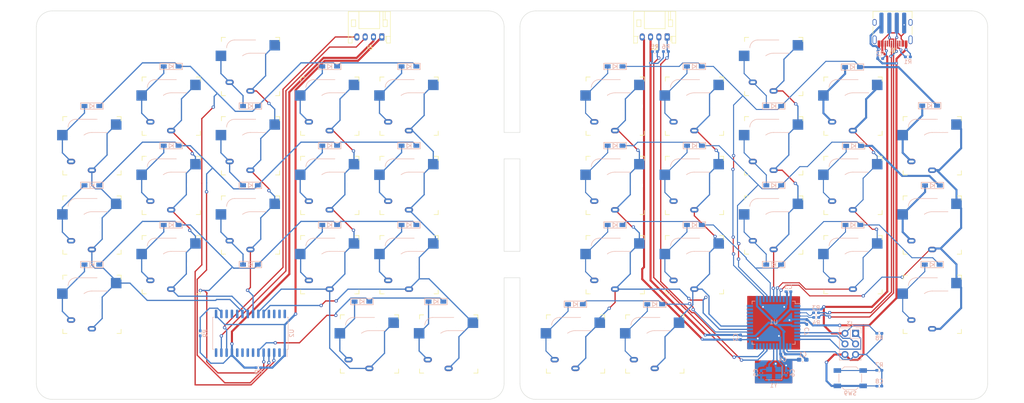
<source format=kicad_pcb>
(kicad_pcb (version 20211014) (generator pcbnew)
  (layers (0 "F.Cu" power) (31 "B.Cu" signal) (34 "B.Paste" user) (35 "F.Paste" user) (36 "B.SilkS" user "B.Silkscreen") (37 "F.SilkS" user "F.Silkscreen") (38 "B.Mask" user) (39 "F.Mask" user) (44 "Edge.Cuts" user))
  (net 0 "")
  (net 2 "+5V")
  (net 3 "GND")
  (net 15 "~{Reset}")
  (net 19 "SCL")
  (net 20 "SDA")
  (net 21 "MISO")
  (net 22 "SCK")
  (net 23 "MOSI")
  (net 24 "D-")
  (net 25 "D+")
  (net 26 "Net-(R7-Pad1)")
  (net 27 "/UCAP")
  (net 28 "Row5")
  (net 29 "/XTAL2")
  (net 31 "/CC1")
  (net 32 "/CC2")
  (net 33 "Row1")
  (net 34 "Net-(D1-Pad2)")
  (net 35 "Row2")
  (net 36 "Net-(D2-Pad2)")
  (net 37 "Row3")
  (net 38 "Net-(D3-Pad2)")
  (net 39 "Row4")
  (net 40 "Net-(D4-Pad2)")
  (net 41 "Net-(D5-Pad2)")
  (net 42 "Net-(D6-Pad2)")
  (net 43 "Net-(D7-Pad2)")
  (net 44 "Net-(D8-Pad2)")
  (net 45 "Net-(D9-Pad2)")
  (net 46 "Net-(D10-Pad2)")
  (net 47 "Net-(D11-Pad2)")
  (net 48 "Net-(D12-Pad2)")
  (net 49 "Net-(D13-Pad2)")
  (net 50 "Net-(D14-Pad2)")
  (net 51 "Net-(D15-Pad2)")
  (net 52 "Net-(D16-Pad2)")
  (net 53 "Net-(D17-Pad2)")
  (net 54 "Col6")
  (net 55 "Col7")
  (net 56 "Col8")
  (net 57 "Col9")
  (net 58 "Col10")
  (net 59 "/DN")
  (net 60 "/DP")
  (net 61 "Row6")
  (net 62 "Row7")
  (net 63 "Row8")
  (net 64 "Net-(D18-Pad2)")
  (net 65 "Net-(D19-Pad2)")
  (net 66 "Net-(D20-Pad2)")
  (net 67 "Net-(D21-Pad2)")
  (net 68 "Net-(D22-Pad2)")
  (net 69 "Net-(D23-Pad2)")
  (net 70 "Net-(D24-Pad2)")
  (net 71 "Net-(D25-Pad2)")
  (net 72 "Net-(D26-Pad2)")
  (net 73 "Net-(D27-Pad2)")
  (net 74 "Net-(D28-Pad2)")
  (net 75 "Net-(D29-Pad2)")
  (net 76 "Net-(D30-Pad2)")
  (net 77 "Net-(D31-Pad2)")
  (net 78 "Net-(D32-Pad2)")
  (net 79 "Net-(D33-Pad2)")
  (net 80 "Net-(D34-Pad2)")
  (net 81 "Col1")
  (net 82 "Col2")
  (net 83 "Col3")
  (net 84 "Col4")
  (net 85 "Col5")
  (net 86 "/XTAL1")
  (net 92 "VDD")
  (net 93 "GND1")
  (net 94 "SDA1")
  (net 96 "SCL1")
  (net 97 "Net-(R9-Pad2)")
  (footprint "MountingHole:MountingHole_3.2mm_M3_DIN965" (layer "F.Cu") (at 158.115 135.255)
    (fp_text reference "REF**" hide)
    (fp_text value "MountingHole_3.2mm_M3_DIN965")
  )
  (footprint "Keyboard_JSA:MX_Hotswap_Choc_Solder" (layer "F.Cu") (at 196.215 87.63)
    (fp_text reference "SW6" hide)
    (fp_text value "SW_Push" hide)
  )
  (footprint "Connector_USB:USB_C_Receptacle_HRO_TYPE-C-31-M-12" (layer "F.Cu") (at 243.84 49.53 180)
    (fp_text reference "J1")
    (fp_text value "USB_C_Receptacle_USB2.0")
  )
  (footprint "Keyboard_JSA:MX_Hotswap_Choc_Solder" (layer "F.Cu") (at 167.64 125.73)
    (fp_text reference "SW4" hide)
    (fp_text value "SW_Push" hide)
  )
  (footprint "Keyboard_JSA:MX_Hotswap_Choc_Solder" (layer "F.Cu") (at 70.485 87.63)
    (fp_text reference "SW23" hide)
    (fp_text value "SW_Push" hide)
  )
  (footprint "Keyboard_JSA:MX_Hotswap_Choc_Solder" (layer "F.Cu") (at 51.435 78.105)
    (fp_text reference "SW19" hide)
    (fp_text value "SW_Push" hide)
  )
  (footprint "Keyboard_JSA:MX_Hotswap_Choc_Solder" (layer "F.Cu") (at 215.265 97.155)
    (fp_text reference "SW12" hide)
    (fp_text value "SW_Push" hide)
  )
  (footprint "Keyboard_JSA:MX_Hotswap_Choc_Solder" (layer "F.Cu") (at 127.635 68.58)
    (fp_text reference "SW32" hide)
    (fp_text value "SW_Push" hide)
  )
  (footprint "Keyboard_JSA:MX_Hotswap_Choc_Solder" (layer "F.Cu") (at 137.16 125.73)
    (fp_text reference "SW35" hide)
    (fp_text value "SW_Push" hide)
  )
  (footprint "MountingHole:MountingHole_3.2mm_M3_DIN965" (layer "F.Cu") (at 158.115 49.53)
    (fp_text reference "REF**" hide)
    (fp_text value "MountingHole_3.2mm_M3_DIN965")
  )
  (footprint "Keyboard_JSA:MX_Hotswap_Choc_Solder" (layer "F.Cu") (at 196.215 68.58)
    (fp_text reference "SW5" hide)
    (fp_text value "SW_Push" hide)
  )
  (footprint "Keyboard_JSA:MX_Hotswap_Choc_Solder" (layer "F.Cu") (at 51.435 116.205)
    (fp_text reference "SW21" hide)
    (fp_text value "SW_Push" hide)
  )
  (footprint "Connector_JST:JST_PH_S4B-PH-K_1x04_P2.00mm_Horizontal" (layer "F.Cu") (at 121.109994 51.980008 180)
    (fp_text reference "J5")
    (fp_text value "Conn_01x04")
  )
  (footprint "Keyboard_JSA:MX_Hotswap_Choc_Solder" (layer "F.Cu") (at 215.265 78.105)
    (fp_text reference "SW11" hide)
    (fp_text value "SW_Push" hide)
  )
  (footprint "Keyboard_JSA:MX_Hotswap_Choc_Solder" (layer "F.Cu") (at 108.585 87.63)
    (fp_text reference "SW29" hide)
    (fp_text value "SW_Push" hide)
  )
  (footprint "Keyboard_JSA:MX_Hotswap_Choc_Solder" (layer "F.Cu") (at 234.315 68.58)
    (fp_text reference "SW13" hide)
    (fp_text value "SW_Push" hide)
  )
  (footprint "Keyboard_JSA:MX_Hotswap_Choc_Solder" (layer "F.Cu") (at 127.635 87.63)
    (fp_text reference "SW33" hide)
    (fp_text value "SW_Push" hide)
  )
  (footprint "Keyboard_JSA:MX_Hotswap_Choc_Solder" (layer "F.Cu") (at 118.11 125.73)
    (fp_text reference "SW31" hide)
    (fp_text value "SW_Push" hide)
  )
  (footprint "Keyboard_JSA:MX_Hotswap_Choc_Solder" (layer "F.Cu") (at 186.69 125.73)
    (fp_text reference "SW8" hide)
    (fp_text value "SW_Push" hide)
  )
  (footprint "Keyboard_JSA:MX_Hotswap_Choc_Solder" (layer "F.Cu") (at 108.585 68.58)
    (fp_text reference "SW28" hide)
    (fp_text value "SW_Push" hide)
  )
  (footprint "Keyboard_JSA:MX_Hotswap_Choc_Solder" (layer "F.Cu") (at 89.535 78.105)
    (fp_text reference "SW26" hide)
    (fp_text value "SW_Push" hide)
  )
  (footprint "Keyboard_JSA:MX_Hotswap_Choc_Solder" (layer "F.Cu") (at 108.585 106.68)
    (fp_text reference "SW30" hide)
    (fp_text value "SW_Push" hide)
  )
  (footprint "Keyboard_JSA:MX_Hotswap_Choc_Solder" (layer "F.Cu") (at 177.165 106.68)
    (fp_text reference "SW3" hide)
    (fp_text value "SW_Push" hide)
  )
  (footprint "MountingHole:MountingHole_3.2mm_M3_DIN965" (layer "F.Cu") (at 262.89 135.255)
    (fp_text reference "REF**" hide)
    (fp_text value "MountingHole_3.2mm_M3_DIN965")
  )
  (footprint "Keyboard_JSA:MX_Hotswap_Choc_Solder" (layer "F.Cu") (at 89.535 59.055)
    (fp_text reference "SW25" hide)
    (fp_text value "SW_Push" hide)
  )
  (footprint "MountingHole:MountingHole_3.2mm_M3_DIN965" (layer "F.Cu") (at 146.685 49.53)
    (fp_text reference "REF**" hide)
    (fp_text value "MountingHole_3.2mm_M3_DIN965")
  )
  (footprint "Keyboard_Keebio-Parts:breakaway-mousebites" (layer "F.Cu") (at 154.305 78.105 90)
    (fp_text reference "REF**" hide)
    (fp_text value "breakaway-mousebites" hide)
  )
  (footprint "Keyboard_JSA:MX_Hotswap_Choc_Solder" (layer "F.Cu") (at 127.635 106.68)
    (fp_text reference "SW34" hide)
    (fp_text value "SW_Push" hide)
  )
  (footprint "MountingHole:MountingHole_3.2mm_M3_DIN965" (layer "F.Cu") (at 41.91 135.255)
    (fp_text reference "REF**" hide)
    (fp_text value "MountingHole_3.2mm_M3_DIN965")
  )
  (footprint "Keyboard_JSA:MX_Hotswap_Choc_Solder" (layer "F.Cu") (at 177.165 87.63)
    (fp_text reference "SW2" hide)
    (fp_text value "SW_Push" hide)
  )
  (footprint "Keyboard_JSA:MX_Hotswap_Choc_Solder" (layer "F.Cu") (at 70.485 68.58)
    (fp_text reference "SW22" hide)
    (fp_text value "SW_Push" hide)
  )
  (footprint "Keyboard_JSA:MX_Hotswap_Choc_Solder" (layer "F.Cu") (at 177.165 68.58)
    (fp_text reference "SW1" hide)
    (fp_text value "SW_Push" hide)
  )
  (footprint "Keyboard_JSA:MX_Hotswap_Choc_Solder" (layer "F.Cu") (at 234.315 87.63)
    (fp_text reference "SW14" hide)
    (fp_text value "SW_Push" hide)
  )
  (footprint "Keyboard_Keebio-Parts:breakaway-mousebites" (layer "F.Cu") (at 154.305 106.68 90)
    (fp_text reference "REF**" hide)
    (fp_text value "breakaway-mousebites" hide)
  )
  (footprint "MountingHole:MountingHole_3.2mm_M3_DIN965" (layer "F.Cu") (at 146.685 135.255)
    (fp_text reference "REF**" hide)
    (fp_text value "MountingHole_3.2mm_M3_DIN965")
  )
  (footprint "Keyboard_JSA:MX_Hotswap_Choc_Solder" (layer "F.Cu") (at 234.315 106.68)
    (fp_text reference "SW15" hide)
    (fp_text value "SW_Push" hide)
  )
  (footprint "MountingHole:MountingHole_3.2mm_M3_DIN965" (layer "F.Cu") (at 41.91 49.53)
    (fp_text reference "REF**" hide)
    (fp_text value "MountingHole_3.2mm_M3_DIN965")
  )
  (footprint "MountingHole:MountingHole_3.2mm_M3_DIN965" (layer "F.Cu") (at 262.89 49.53)
    (fp_text reference "REF**" hide)
    (fp_text value "MountingHole_3.2mm_M3_DIN965")
  )
  (footprint "Keyboard_JSA:MX_Hotswap_Choc_Solder" (layer "F.Cu") (at 253.365 78.105)
    (fp_text reference "SW16" hide)
    (fp_text value "SW_Push" hide)
  )
  (footprint "Keyboard_JSA:MX_Hotswap_Choc_Solder" (layer "F.Cu") (at 253.365 116.205)
    (fp_text reference "SW18" hide)
    (fp_text value "SW_Push" hide)
  )
  (footprint "Keyboard_JSA:MX_Hotswap_Choc_Solder" (layer "F.Cu") (at 196.215 106.68)
    (fp_text reference "SW7" hide)
    (fp_text value "SW_Push" hide)
  )
  (footprint "Keyboard_JSA:MX_Hotswap_Choc_Solder" (layer "F.Cu") (at 215.265 59.055)
    (fp_text reference "SW10" hide)
    (fp_text value "SW_Push" hide)
  )
  (footprint "Keyboard_JSA:MX_Hotswap_Choc_Solder" (layer "F.Cu") (at 89.535 97.155)
    (fp_text reference "SW27" hide)
    (fp_text value "SW_Push" hide)
  )
  (footprint "Keyboard_JSA:MX_Hotswap_Choc_Solder" (layer "F.Cu") (at 70.485 106.68)
    (fp_text reference "SW24" hide)
    (fp_text value "SW_Push" hide)
  )
  (footprint "Keyboard_JSA:MX_Hotswap_Choc_Solder" (layer "F.Cu") (at 253.365 97.155)
    (fp_text reference "SW17" hide)
    (fp_text value "SW_Push" hide)
  )
  (footprint "Connector_JST:JST_PH_S4B-PH-K_1x04_P2.00mm_Horizontal" (layer "F.Cu") (at 189.689994 51.980008 180)
    (fp_text reference "J2")
    (fp_text value "Conn_01x04")
  )
  (footprint "Keyboard_Keebio-Parts:breakaway-mousebites" (layer "F.Cu") (at 150.495 78.105 -90)
    (fp_text reference "REF**" hide)
    (fp_text value "breakaway-mousebites" hide)
  )
  (footprint "Keyboard_JSA:MX_Hotswap_Choc_Solder" (layer "F.Cu") (at 51.435 97.155)
    (fp_text reference "SW20" hide)
    (fp_text value "SW_Push" hide)
  )
  (footprint "Keyboard_Keebio-Parts:breakaway-mousebites" (layer "F.Cu") (at 150.495 106.68 -90)
    (fp_text reference "REF**" hide)
    (fp_text value "breakaway-mousebites" hide)
  )
  (footprint "Capacitor_SMD:C_0402_1005Metric_Pad0.74x0.62mm_HandSolder" (layer "B.Cu") (at 240.665 135.89 180)
    (fp_text reference "C8")
    (fp_text value "0.1µF")
  )
  (footprint "Keyboard_Foostan:D3_SMD_v2" (layer "B.Cu") (at 215.265 106.68 180)
    (fp_text reference "D11" hide)
    (fp_text value "1N4148" hide)
  )
  (footprint "Keyboard_Foostan:D3_SMD_v2" (layer "B.Cu") (at 127.635 78.105 180)
    (fp_text reference "D32" hide)
    (fp_text value "1N4148" hide)
  )
  (footprint "Capacitor_SMD:C_0402_1005Metric_Pad0.74x0.62mm_HandSolder" (layer "B.Cu") (at 218.265 132.715 -90)
    (fp_text reference "C6")
    (fp_text value "9pF")
  )
  (footprint "Keyboard_Foostan:D3_SMD_v2" (layer "B.Cu") (at 234.475 78.155 180)
    (fp_text reference "D13" hide)
    (fp_text value "1N4148" hide)
  )
  (footprint "Keyboard_Foostan:D3_SMD_v2" (layer "B.Cu") (at 89.535 106.68 180)
    (fp_text reference "D26" hide)
    (fp_text value "1N4148" hide)
  )
  (footprint "Keyboard_Foostan:D3_SMD_v2" (layer "B.Cu") (at 196.215 59.055 180)
    (fp_text reference "D5" hide)
    (fp_text value "1N4148" hide)
  )
  (footprint "Keyboard_Foostan:D3_SMD_v2" (layer "B.Cu") (at 51.435 106.68 180)
    (fp_text reference "D20" hide)
    (fp_text value "1N4148" hide)
  )
  (footprint "Resistor_SMD:R_0402_1005Metric_Pad0.72x0.64mm_HandSolder" (layer "B.Cu") (at 186.715 55.495 180)
    (fp_text reference "R5")
    (fp_text value "2k2")
  )
  (footprint "Capacitor_SMD:C_0402_1005Metric_Pad0.74x0.62mm_HandSolder" (layer "B.Cu") (at 223.245 120.485 90)
    (fp_text reference "C7")
    (fp_text value "1µF")
  )
  (footprint "Resistor_SMD:R_0402_1005Metric_Pad0.72x0.64mm_HandSolder" (layer "B.Cu") (at 189.375 55.475 180)
    (fp_text reference "R6")
    (fp_text value "2k2")
  )
  (footprint "Keyboard_Foostan:D3_SMD_v2" (layer "B.Cu") (at 134.115 115.57 180)
    (fp_text reference "D34" hide)
    (fp_text value "1N4148" hide)
  )
  (footprint "Keyboard_Foostan:D3_SMD_v2" (layer "B.Cu") (at 51.435 87.63 180)
    (fp_text reference "D19" hide)
    (fp_text value "1N4148" hide)
  )
  (footprint "Keyboard_Foostan:D3_SMD_v2" (layer "B.Cu") (at 127.635 59.055 180)
    (fp_text reference "D31" hide)
    (fp_text value "1N4148" hide)
  )
  (footprint "Keyboard_Foostan:D3_SMD_v2" (layer "B.Cu") (at 127.635 97.155 180)
    (fp_text reference "D33" hide)
    (fp_text value "1N4148" hide)
  )
  (footprint "Keyboard_Foostan:D3_SMD_v2" (layer "B.Cu") (at 215.29 87.63 180)
    (fp_text reference "D10" hide)
    (fp_text value "1N4148" hide)
  )
  (footprint "Capacitor_SMD:C_0402_1005Metric_Pad0.74x0.62mm_HandSolder" (layer "B.Cu") (at 217.5343 128.1938 180)
    (fp_text reference "C4")
    (fp_text value "0.1µF")
  )
  (footprint "Capacitor_SMD:C_0402_1005Metric_Pad0.74x0.62mm_HandSolder" (layer "B.Cu") (at 218.821 113.1824 180)
    (fp_text reference "C3")
    (fp_text value "0.1µF")
  )
  (footprint "Resistor_SMD:R_0402_1005Metric_Pad0.72x0.64mm_HandSolder" (layer "B.Cu") (at 225.5 119.38 180)
    (fp_text reference "R4")
    (fp_text value "5k1")
  )
  (footprint "Keyboard_Foostan:D3_SMD_v2" (layer "B.Cu") (at 253.435 87.665 180)
    (fp_text reference "D16" hide)
    (fp_text value "1N4148" hide)
  )
  (footprint "Keyboard_Foostan:D3_SMD_v2" (layer "B.Cu") (at 177.165 97.155 180)
    (fp_text reference "D3" hide)
    (fp_text value "1N4148" hide)
  )
  (footprint "Keyboard_Foostan:D3_SMD_v2" (layer "B.Cu") (at 253.365 106.68 180)
    (fp_text reference "D17" hide)
    (fp_text value "1N4148" hide)
  )
  (footprint "Capacitor_SMD:C_0402_1005Metric_Pad0.74x0.62mm_HandSolder" (layer "B.Cu") (at 212.265 132.715 90)
    (fp_text reference "C5")
    (fp_text value "9pF")
  )
  (footprint "Keyboard_Foostan:D3_SMD_v2" (layer "B.Cu") (at 186.69 116.205 180)
    (fp_text reference "D8" hide)
    (fp_text value "1N4148" hide)
  )
  (footprint "Keyboard_Foostan:D3_SMD_v2" (layer "B.Cu") (at 89.535 87.63 180)
    (fp_text reference "D25" hide)
    (fp_text value "1N4148" hide)
  )
  (footprint "Keyboard_Foostan:D3_SMD_v2" (layer "B.Cu") (at 108.585 97.155 180)
    (fp_text reference "D29" hide)
    (fp_text value "1N4148" hide)
  )
  (footprint "Keyboard_Foostan:D3_SMD_v2" (layer "B.Cu") (at 215.29 68.58 180)
    (fp_text reference "D9" hide)
    (fp_text value "1N4148" hide)
  )
  (footprint "Keyboard_Foostan:D3_SMD_v2" (layer "B.Cu") (at 177.165 78.105 180)
    (fp_text reference "D2" hide)
    (fp_text value "1N4148" hide)
  )
  (footprint "Connector_PinHeader_2.54mm:PinHeader_2x03_P2.54mm_Vertical" (layer "B.Cu") (at 234.955 123.205 180)
    (fp_text reference "J3")
    (fp_text value "AVR-ISP-6")
  )
  (footprint "Keyboard_JSA:USB wire pad" (layer "B.Cu") (at 243.84 45.5961)
    (fp_text reference "J4")
    (fp_text value "Conn_01x04")
  )
  (footprint "Keyboard_Foostan:D3_SMD_v2" (layer "B.Cu") (at 196.24 78.105 180)
    (fp_text reference "D6" hide)
    (fp_text value "1N4148" hide)
  )
  (footprint "Capacitor_SMD:C_0402_1005Metric_Pad0.74x0.62mm_HandSolder" (layer "B.Cu") (at 91.44 131.445)
    (fp_text reference "C9")
    (fp_text value "0.1µF")
  )
  (footprint "Capacitor_SMD:C_0402_1005Metric_Pad0.74x0.62mm_HandSolder" (layer "B.Cu") (at 207.325 124.145 -90)
    (fp_text reference "C2")
    (fp_text value "0.1µF")
  )
  (footprint "Button_Switch_SMD:SW_SPST_SKQG_WithStem" (layer "B.Cu") (at 233.68 133.985)
    (fp_text reference "SW9")
    (fp_text value "SW_Push")
  )
  (footprint "Keyboard_Foostan:D3_SMD_v2" (layer "B.Cu") (at 108.585 59.055 180)
    (fp_text reference "D27" hide)
    (fp_text value "1N4148" hide)
  )
  (footprint "Resistor_SMD:R_0402_1005Metric_Pad0.72x0.64mm_HandSolder" (layer "B.Cu") (at 240.8682 57.1754 180)
    (fp_text reference "R2")
    (fp_text value "5k1")
  )
  (footprint "Resistor_SMD:R_0402_1005Metric_Pad0.72x0.64mm_HandSolder" (layer "B.Cu") (at 240.665 132.08)
    (fp_text reference "R7")
    (fp_text value "330Ω")
  )
  (footprint "Keyboard_Foostan:D3_SMD_v2" (layer "B.Cu") (at 196.215 97.155 180)
    (fp_text reference "D7" hide)
    (fp_text value "1N4148" hide)
  )
  (footprint "Resistor_SMD:R_0402_1005Metric_Pad0.72x0.64mm_HandSolder" (layer "B.Cu") (at 225.4625 118.25 180)
    (fp_text reference "R3")
    (fp_text value "5k1")
  )
  (footprint "Keyboard_Foostan:D3_SMD_v2" (layer "B.Cu") (at 177.165 59.055 180)
    (fp_text reference "D1" hide)
    (fp_text value "1N4148" hide)
  )
  (footprint "Keyboard_Foostan:D3_SMD_v2" (layer "B.Cu") (at 116.335 115.57 180)
    (fp_text reference "D30" hide)
    (fp_text value "1N4148" hide)
  )
  (footprint "Keyboard_Foostan:D3_SMD_v2" (layer "B.Cu") (at 234.315 97.155 180)
    (fp_text reference "D14" hide)
    (fp_text value "1N4148" hide)
  )
  (footprint "Resistor_SMD:R_0402_1005Metric_Pad0.72x0.64mm_HandSolder" (layer "B.Cu") (at 77.47 123.19 90)
    (fp_text reference "R9")
    (fp_text value "4k7Ω")
  )
  (footprint "Package_SO:SOIC-28W_7.5x17.9mm_P1.27mm" (layer "B.Cu") (at 89.535 123.19 90)
    (fp_text reference "U2")
    (fp_text value "MCP23018_SO")
  )
  (footprint "Keyboard_Foostan:D3_SMD_v2" (layer "B.Cu") (at 70.485 97.155 180)
    (fp_text reference "D23" hide)
    (fp_text value "1N4148" hide)
  )
  (footprint "Capacitor_SMD:C_0603_1608Metric_Pad1.08x0.95mm_HandSolder" (layer "B.Cu") (at 222.25 129.54 180)
    (fp_text reference "C1")
    (fp_text value "10µF")
  )
  (footprint "Keyboard_Foostan:D3_SMD_v2" (layer "B.Cu") (at 234.215 59.225 180)
    (fp_text reference "D12" hide)
    (fp_text value "1N4148" hide)
  )
  (footprint "Keyboard_Foostan:D3_SMD_v2" (layer "B.Cu") (at 89.535 68.58 180)
    (fp_text reference "D24" hide)
    (fp_text value "1N4148" hide)
  )
  (footprint "Resistor_SMD:R_0402_1005Metric_Pad0.72x0.64mm_HandSolder" (layer "B.Cu") (at 240.665 123.19)
    (fp_text reference "R8")
    (fp_text value "4k7Ω")
  )
  (footprint "Keyboard_Foostan:D3_SMD_v2" (layer "B.Cu") (at 70.485 78.105 180)
    (fp_text reference "D22" hide)
    (fp_text value "1N4148" hide)
  )
  (footprint "Keyboard_Foostan:D3_SMD_v2" (layer "B.Cu") (at 51.435 68.58 180)
    (fp_text reference "D18" hide)
    (fp_text value "1N4148" hide)
  )
  (footprint "Keyboard_Foostan:D3_SMD_v2" (layer "B.Cu") (at 70.485 59.055 180)
    (fp_text reference "D21" hide)
    (fp_text value "1N4148" hide)
  )
  (footprint "Package_QFP:TQFP-44_10x10mm_P0.8mm" (layer "B.Cu") (at 215.265 120.65 180)
    (fp_text reference "U1")
    (fp_text value "ATmega32U4-AU")
  )
  (footprint "Keyboard_Foostan:D3_SMD_v2" (layer "B.Cu") (at 108.585 78.105 180)
    (fp_text reference "D28" hide)
    (fp_text value "1N4148" hide)
  )
  (footprint "Keyboard_Foostan:D3_SMD_v2" (layer "B.Cu") (at 167.64 116.205 180)
    (fp_text reference "D4" hide)
    (fp_text value "1N4148" hide)
  )
  (footprint "Keyboard_Foostan:D3_SMD_v2" (layer "B.Cu") (at 252.755 68.495 180)
    (fp_text reference "D15" hide)
    (fp_text value "1N4148" hide)
  )
  (footprint "Crystal:Crystal_SMD_3225-4Pin_3.2x2.5mm" (layer "B.Cu") (at 215.265 132.715 180)
    (fp_text reference "Y1")
    (fp_text value "16MHz")
  )
  (footprint "Resistor_SMD:R_0402_1005Metric_Pad0.72x0.64mm_HandSolder" (layer "B.Cu") (at 247.523 56.769)
    (fp_text reference "R1")
    (fp_text value "5k1")
  )
  (gr_arc (start 150.495 135.255) (mid 149.379077 137.949077) (end 146.685 139.065) (layer "Edge.Cuts") (width 0.1))
  (gr_line (start 150.495 74.93) (end 150.495 49.53) (layer "Edge.Cuts") (width 0.1))
  (gr_arc (start 41.91 139.065) (mid 39.215923 137.949077) (end 38.1 135.255) (layer "Edge.Cuts") (width 0.1))
  (gr_line (start 150.495 81.28) (end 154.305 81.28) (layer "Edge.Cuts") (width 0.1))
  (gr_line (start 38.1 49.53) (end 38.1 135.255) (layer "Edge.Cuts") (width 0.1))
  (gr_line (start 266.7 135.255) (end 266.7 49.53) (layer "Edge.Cuts") (width 0.1))
  (gr_arc (start 38.1 49.53) (mid 39.215923 46.835923) (end 41.91 45.72) (layer "Edge.Cuts") (width 0.1))
  (gr_arc (start 262.89 45.72) (mid 265.584077 46.835923) (end 266.7 49.53) (layer "Edge.Cuts") (width 0.1))
  (gr_arc (start 154.305 49.53) (mid 155.420923 46.835923) (end 158.115 45.72) (layer "Edge.Cuts") (width 0.1))
  (gr_line (start 146.685 45.72) (end 41.91 45.72) (layer "Edge.Cuts") (width 0.1))
  (gr_line (start 150.495 103.505) (end 150.495 81.28) (layer "Edge.Cuts") (width 0.1))
  (gr_line (start 150.495 109.855) (end 150.495 135.255) (layer "Edge.Cuts") (width 0.1))
  (gr_line (start 41.91 139.065) (end 146.685 139.065) (layer "Edge.Cuts") (width 0.1))
  (gr_line (start 150.495 74.93) (end 154.305 74.93) (layer "Edge.Cuts") (width 0.1))
  (gr_line (start 150.495 103.505) (end 154.305 103.505) (layer "Edge.Cuts") (width 0.1))
  (gr_line (start 154.305 81.28) (end 154.305 103.505) (layer "Edge.Cuts") (width 0.1))
  (gr_line (start 158.115 139.065) (end 262.89 139.065) (layer "Edge.Cuts") (width 0.1))
  (gr_arc (start 146.685 45.72) (mid 149.379077 46.835923) (end 150.495 49.53) (layer "Edge.Cuts") (width 0.1))
  (gr_line (start 262.89 45.72) (end 158.115 45.72) (layer "Edge.Cuts") (width 0.1))
  (gr_arc (start 158.115 139.065) (mid 155.420923 137.949077) (end 154.305 135.255) (layer "Edge.Cuts") (width 0.1))
  (gr_line (start 154.305 109.855) (end 154.305 135.255) (layer "Edge.Cuts") (width 0.1))
  (gr_line (start 154.305 49.53) (end 154.305 74.93) (layer "Edge.Cuts") (width 0.1))
  (gr_arc (start 266.7 135.255) (mid 265.584077 137.949077) (end 262.89 139.065) (layer "Edge.Cuts") (width 0.1))
  (gr_line (start 150.495 109.855) (end 154.305 109.855) (layer "Edge.Cuts") (width 0.1))
  (segment (start 242.57 113.167912) (end 238.897912 116.84) (width 0.5) (layer "F.Cu") (net 2))
  (segment (start 185.69 58.23) (end 185.69 110.48) (width 0.5) (layer "F.Cu") (net 2))
  (segment (start 246.6086 51.113634) (end 246.6086 49.0759) (width 0.3) (layer "F.Cu") (net 2))
  (segment (start 246.29 53.575) (end 246.29 52.827766) (width 0.3) (layer "F.Cu") (net 2))
  (segment (start 242.57 56.75) (end 242.57 113.167912) (width 0.5) (layer "F.Cu") (net 2))
  (segment (start 238.897912 116.84) (end 227.33 116.84) (width 0.5) (layer "F.Cu") (net 2))
  (segment (start 243.214566 51.0032) (end 241.39 52.827766) (width 0.3) (layer "F.Cu") (net 2))
  (segment (start 245.925479 51.796755) (end 245.131924 51.0032) (width 0.3) (layer "F.Cu") (net 2))
  (segment (start 246.29 52.827766) (end 245.925479 52.463245) (width 0.3) (layer "F.Cu") (net 2))
  (segment (start 229.25 123.205) (end 232.415 123.205) (width 0.5) (layer "F.Cu") (net 2))
  (segment (start 245.131924 51.0032) (end 243.214566 51.0032) (width 0.3) (layer "F.Cu") (net 2))
  (segment (start 227.33 121.285) (end 229.25 123.205) (width 0.5) (layer "F.Cu") (net 2))
  (segment (start 227.33 116.84) (end 227.33 121.285) (width 0.5) (layer "F.Cu") (net 2))
  (segment (start 245.925479 51.796755) (end 246.6086 51.113634) (width 0.3) (layer "F.Cu") (net 2))
  (segment (start 245.925479 52.463245) (end 245.925479 51.796755) (width 0.3) (layer "F.Cu") (net 2))
  (segment (start 185.69 52.2848) (end 185.69 58.23) (width 0.5) (layer "F.Cu") (net 2))
  (segment (start 241.39 53.575) (end 241.39 55.57) (width 0.5) (layer "F.Cu") (net 2))
  (segment (start 246.6086 49.0759) (end 246.634 49.0505) (width 0.3) (layer "F.Cu") (net 2))
  (segment (start 185.69 110.48) (end 198.835 123.625) (width 0.5) (layer "F.Cu") (net 2))
  (segment (start 241.39 55.57) (end 242.57 56.75) (width 0.5) (layer "F.Cu") (net 2))
  (segment (start 241.39 52.827766) (end 241.39 53.575) (width 0.3) (layer "F.Cu") (net 2))
  (via (at 227.33 116.84) (size 0.8) (drill 0.4) (layers "F.Cu" "B.Cu") (net 2))
  (via (at 198.835 123.625) (size 0.7) (drill 0.3) (layers "F.Cu" "B.Cu") (net 2))
  (via (at 185.69 58.23) (size 0.7) (drill 0.3) (layers "F.Cu" "B.Cu") (net 2))
  (via (at 246.634 49.0505) (size 0.7) (drill 0.3) (layers "F.Cu" "B.Cu") (net 2))
  (segment (start 234.335 121.285) (end 232.415 123.205) (width 0.25) (layer "B.Cu") (net 2))
  (segment (start 226.72 117.45) (end 227.33 116.84) (width 0.5) (layer "B.Cu") (net 2))
  (segment (start 217.665 123.012) (end 217.665 126.35) (width 0.5) (layer "B.Cu") (net 2))
  (segment (start 219.471 121.206) (end 219.715 121.45) (width 0.5) (layer "B.Cu") (net 2))
  (segment (start 218.22042 128.225) (end 221.7975 128.225) (width 0.5) (layer "B.Cu") (net 2))
  (segment (start 217.665 127.66958) (end 218.22042 128.225) (width 0.5) (layer "B.Cu") (net 2))
  (segment (start 214.063623 120.65) (end 210.863623 123.85) (width 0.5) (layer "B.Cu") (net 2))
  (segment (start 215.265 120.65) (end 215.821 121.206) (width 0.5) (layer "B.Cu") (net 2))
  (segment (start 216.2528 121.206) (end 217.8619 122.8151) (width 0.5) (layer "B.Cu") (net 2))
  (segment (start 186.1175 55.495) (end 186.1175 57.9225) (width 0.3) (layer "B.Cu") (net 2))
  (segment (start 207.5975 123.85) (end 207.325 123.5775) (width 0.3) (layer "B.Cu") (net 2))
  (segment (start 219.3885 113.1824) (end 219.3885 114.8265) (width 0.5) (layer "B.Cu") (net 2))
  (segment (start 219.471 117.206) (end 216.027 120.65) (width 0.5) (layer "B.Cu") (net 2))
  (segment (start 238.1625 121.285) (end 234.335 121.285) (width 0.25) (layer "B.Cu") (net 2))
  (segment (start 215.265 120.65) (end 214.063623 120.65) (width 0.5) (layer "B.Cu") (net 2))
  (segment (start 219.715 121.45) (end 220.965 121.45) (width 0.5) (layer "B.Cu") (net 2))
  (segment (start 187.424956 58.335) (end 185.705 58.335) (width 0.3) (layer "B.Cu") (net 2))
  (segment (start 221.7975 128.225) (end 223.1125 129.54) (width 0.5) (layer "B.Cu") (net 2))
  (segment (start 219.265 117) (end 219.265 114.95) (width 0.5) (layer "B.Cu") (net 2))
  (segment (start 198.8825 123.5775) (end 198.835 123.625) (width 0.5) (layer "B.Cu") (net 2))
  (segment (start 217.665 126.35) (end 217.665 127.66958) (width 0.5) (layer "B.Cu") (net 2))
  (segment (start 220.965 117.45) (end 226.72 117.45) (width 0.5) (layer "B.Cu") (net 2))
  (segment (start 220.965 117.45) (end 219.715 117.45) (width 0.5) (layer "B.Cu") (net 2))
  (segment (start 188.7775 56.982456) (end 187.424956 58.335) (width 0.3) (layer "B.Cu") (net 2))
  (segment (start 219.715 117.45) (end 219.471 117.206) (width 0.5) (layer "B.Cu") (net 2))
  (segment (start 219.471 117.206) (end 219.265 117) (width 0.5) (layer "B.Cu") (net 2))
  (segment (start 210.863623 123.85) (end 209.565 123.85) (width 0.5) (layer "B.Cu") (net 2))
  (segment (start 219.471 121.206) (end 216.2528 121.206) (width 0.5) (layer "B.Cu") (net 2))
  (segment (start 217.8619 122.8151) (end 215.6968 120.65) (width 0.5) (layer "B.Cu") (net 2))
  (segment (start 215.821 121.206) (end 219.471 121.206) (width 0.5) (layer "B.Cu") (net 2))
  (segment (start 209.565 123.85) (end 207.5975 123.85) (width 0.3) (layer "B.Cu") (net 2))
  (segment (start 211.265 116.65) (end 211.265 114.95) (width 0.5) (layer "B.Cu") (net 2))
  (segment (start 186.1175 57.9225) (end 185.705 58.335) (width 0.3) (layer "B.Cu") (net 2))
  (segment (start 188.7775 55.475) (end 188.7775 56.982456) (width 0.3) (layer "B.Cu") (net 2))
  (segment (start 215.265 120.65) (end 211.265 116.65) (width 0.5) (layer "B.Cu") (net 2))
  (segment (start 217.8619 122.8151) (end 217.665 123.012) (width 0.5) (layer "B.Cu") (net 2))
  (segment (start 207.325 123.5775) (end 198.8825 123.5775) (width 0.5) (layer "B.Cu") (net 2))
  (segment (start 240.0675 123.19) (end 238.1625 121.285) (width 0.25) (layer "B.Cu") (net 2))
  (segment (start 216.027 120.65) (end 215.265 120.65) (width 0.5) (layer "B.Cu") (net 2))
  (segment (start 215.6968 120.65) (end 215.265 120.65) (width 0.5) (layer "B.Cu") (net 2))
  (segment (start 219.3885 114.8265) (end 219.265 114.95) (width 0.5) (layer "B.Cu") (net 2))
  (segment (start 233.714511 129.584511) (end 235.493276 129.584511) (width 0.5) (layer "F.Cu") (net 3))
  (segment (start 183.69 52.2848) (end 184.120421 52.715221) (width 0.5) (layer "F.Cu") (net 3))
  (segment (start 229.855 128.285) (end 227.965 130.175) (width 0.5) (layer "F.Cu") (net 3))
  (segment (start 183.69 107.727922) (end 183.69 110.18) (width 0.5) (layer "F.Cu") (net 3))
  (segment (start 183.69 110.18) (end 198.095 124.585) (width 0.5) (layer "F.Cu") (net 3))
  (segment (start 236.855 128.222787) (end 235.493276 129.584511) (width 0.5) (layer "F.Cu") (net 3))
  (segment (start 232.415 128.285) (end 229.855 128.285) (width 0.5) (layer "F.Cu") (net 3))
  (segment (start 246.177765 55.892101) (end 246.126965 55.892101) (width 0.5) (layer "F.Cu") (net 3))
  (segment (start 184.120421 52.715221) (end 184.120421 107.297501) (width 0.5) (layer "F.Cu") (net 3))
  (segment (start 233.714511 129.584511) (end 232.415 128.285) (width 0.5) (layer "F.Cu") (net 3))
  (segment (start 240.59 53.575) (end 240.59 54.9136) (width 0.5) (layer "F.Cu") (net 3))
  (segment (start 238.235 121.285) (end 244.7895 114.7305) (width 0.5) (layer "F.Cu") (net 3))
  (segment (start 247.09 54.979866) (end 246.177765 55.892101) (width 0.5) (layer "F.Cu") (net 3))
  (segment (start 244.7895 114.7305) (end 244.7895 58.3216) (width 0.5) (layer "F.Cu") (net 3))
  (segment (start 240.59 54.9136) (end 240.5888 54.9148) (width 0.5) (layer "F.Cu") (net 3))
  (segment (start 244.7895 57.229566) (end 244.7895 58.3216) (width 0.5) (layer "F.Cu") (net 3))
  (segment (start 246.126965 55.892101) (end 244.7895 57.229566) (width 0.5) (layer "F.Cu") (net 3))
  (segment (start 236.855 121.285) (end 236.855 128.222787) (width 0.5) (layer "F.Cu") (net 3))
  (segment (start 236.855 121.285) (end 238.235 121.285) (width 0.5) (layer "F.Cu") (net 3))
  (segment (start 247.09 53.575) (end 247.09 54.979866) (width 0.5) (layer "F.Cu") (net 3))
  (segment (start 184.120421 107.297501) (end 183.69 107.727922) (width 0.5) (layer "F.Cu") (net 3))
  (segment (start 236.855 121.285) (end 231.14 121.285) (width 0.5) (layer "F.Cu") (net 3))
  (via (at 247.09 54.979866) (size 0.7) (drill 0.3) (layers "F.Cu" "B.Cu") (net 3))
  (via (at 217.805 116.84) (size 0.8) (drill 0.4) (layers "F.Cu" "B.Cu") (net 3))
  (via (at 198.095 124.585) (size 0.7) (drill 0.3) (layers "F.Cu" "B.Cu") (net 3))
  (via (at 244.7895 58.3216) (size 0.7) (drill 0.3) (layers "F.Cu" "B.Cu") (net 3))
  (via (at 218.265 130.918128) (size 0.8) (drill 0.4) (layers "F.Cu" "B.Cu") (net 3))
  (via (at 219.075 120.015) (size 0.8) (drill 0.4) (layers "F.Cu" "B.Cu") (net 3))
  (via (at 211.455 124.46) (size 0.8) (drill 0.4) (layers "F.Cu" "B.Cu") (net 3))
  (via (at 212.725 116.84) (size 0.8) (drill 0.4) (layers "F.Cu" "B.Cu") (net 3))
  (via (at 240.5888 54.9148) (size 0.7) (drill 0.3) (layers "F.Cu" "B.Cu") (net 3))
  (via (at 227.965 130.175) (size 0.8) (drill 0.4) (layers "F.Cu" "B.Cu") (net 3))
  (via (at 231.14 121.285) (size 0.8) (drill 0.4) (layers "F.Cu" "B.Cu") (net 3))
  (via (at 216.535 123.825) (size 0.8) (drill 0.4) (layers "F.Cu" "B.Cu") (net 3))
  (via (at 215.7476 130.5052) (size 0.8) (drill 0.4) (layers "F.Cu" "B.Cu") (net 3))
  (segment (start 248.1205 56.769) (end 248.1205 56.010366) (width 0.3) (layer "B.Cu") (net 3))
  (segment (start 216.9668 129.619928) (end 216.9668 128.1938) (width 0.5) (layer "B.Cu") (net 3))
  (segment (start 218.465 116.18) (end 217.805 116.84) (width 0.5) (layer "B.Cu") (net 3))
  (segment (start 240.0425 135.835) (end 236.78 135.835) (width 0.25) (layer "B.Cu") (net 3))
  (segment (start 198.095 124.585) (end 198.2225 124.7125) (width 0.5) (layer "B.Cu") (net 3))
  (segment (start 212.065 116.18) (end 212.725 116.84) (width 0.5) (layer "B.Cu") (net 3))
  (segment (start 218.465 114.95) (end 218.465 116.18) (width 0.5) (layer "B.Cu") (net 3))
  (segment (start 240.2707 57.199891) (end 241.392409 58.3216) (width 0.5) (layer "B.Cu") (net 3))
  (segment (start 218.02048 129.5654) (end 216.9668 128.51172) (width 0.5) (layer "B.Cu") (net 3))
  (segment (start 207.325 124.7125) (end 209.5025 124.7125) (width 0.3) (layer "B.Cu") (net 3))
  (segment (start 215.7476 130.5052) (end 215.7476 131.2476) (width 0.5) (layer "B.Cu") (net 3))
  (segment (start 211.265 124.65) (end 211.455 124.46) (width 0.5) (layer "B.Cu") (net 3))
  (segment (start 198.2225 124.7125) (end 207.325 124.7125) (width 0.5) (layer "B.Cu") (net 3))
  (segment (start 229.18 135.835) (end 227.965 134.62) (width 0.5) (layer "B.Cu") (net 3))
  (segment (start 209.565 124.65) (end 211.265 124.65) (width 0.5) (layer "B.Cu") (net 3))
  (segment (start 216.9668 129.619928) (end 218.265 130.918128) (width 0.5) (layer "B.Cu") (net 3))
  (segment (start 230.58 135.835) (end 236.78 135.835) (width 0.5) (layer "B.Cu") (net 3))
  (segment (start 218.265 130.918128) (end 218.265 132.1475) (width 0.5) (layer "B.Cu") (net 3))
  (segment (start 219.24 119.85) (end 219.075 120.015) (width 0.5) (layer "B.Cu") (net 3))
  (segment (start 220.965 119.85) (end 223.1775 119.85) (width 0.5) (layer "B.Cu") (net 3))
  (segment (start 218.465 113.3939) (end 218.465 114.95) (width 0.5) (layer "B.Cu") (net 3))
  (segment (start 240.2707 55.2329) (end 240.5888 54.9148) (width 0.5) (layer "B.Cu") (net 3))
  (segment (start 216.865 126.35) (end 216.865 124.155) (width 0.5) (layer "B.Cu") (net 3))
  (segment (start 223.1775 119.85) (end 223.245 119.9175) (width 0.5) (layer "B.Cu") (net 3))
  (segment (start 216.865 126.35) (end 216.865 128.1275) (width 0.5) (layer "B.Cu") (net 3))
  (segment (start 223.33242 119.9175) (end 224.69992 121.285) (width 0.5) (layer "B.Cu") (net 3))
  (segment (start 218.2535 113.1824) (end 218.465 113.3939) (width 0.5) (layer "B.Cu") (net 3))
  (segment (start 215.7476 131.2476) (end 216.365 131.865) (width 0.5) (layer "B.Cu") (net 3))
  (segment (start 239.83352 54.15952) (end 239.126696 54.15952) (width 0.5) (layer "B.Cu") (net 3))
  (segment (start 216.865 124.155) (end 216.535 123.825) (width 0.5) (layer "B.Cu") (net 3))
  (segment (start 241.392409 58.3216) (end 244.7895 58.3216) (width 0.5) (layer "B.Cu") (net 3))
  (segment (start 238.57048 53.603304) (end 238.57048 51.65302) (width 0.5) (layer "B.Cu") (net 3))
  (segment (start 240.5888 54.9148) (end 239.83352 54.15952) (width 0.5) (layer "B.Cu") (net 3))
  (segment (start 239.126696 54.15952) (end 238.57048 53.603304) (width 0.5) (layer "B.Cu") (net 3))
  (segment (start 212.065 114.95) (end 212.065 116.18) (width 0.5) (layer "B.Cu") (net 3))
  (segment (start 224.69992 121.285) (end 231.14 121.285) (width 0.5) (layer "B.Cu") (net 3))
  (segment (start 223.15758 119.9175) (end 223.33242 119.9175) (width 0.5) (layer "B.Cu") (net 3))
  (segment (start 220.965 119.85) (end 219.24 119.85) (width 0.5) (layer "B.Cu") (net 3))
  (segment (start 248.1205 56.010366) (end 247.09 54.979866) (width 0.3) (layer "B.Cu") (net 3))
  (segment (start 212.265 133.2825) (end 213.8825 133.2825) (width 0.5) (layer "B.Cu") (net 3))
  (segment (start 230.58 135.835) (end 229.18 135.835) (width 0.5) (layer "B.Cu") (net 3))
  (segment (start 221.3621 129.5654) (end 218.02048 129.5654) (width 0.5) (layer "B.Cu") (net 3))
  (segment (start 227.965 134.62) (end 227.965 130.175) (width 0.5) (layer "B.Cu") (net 3))
  (segment (start 238.57048 51.65302) (end 241.173 49.0505) (width 0.5) (layer "B.Cu") (net 3))
  (segment (start 240.2707 57.1754) (end 240.2707 55.2329) (width 0.5) (layer "B.Cu") (net 3))
  (segment (start 216.9668 128.51172) (end 216.9668 128.1938) (width 0.5) (layer "B.Cu") (net 3))
  (segment (start 231.918145 129.484511) (end 233.755489 129.484511) (width 0.3) (layer "B.Cu") (net 15))
  (segment (start 234.955 128.285) (end 237.505 128.285) (width 0.3) (layer "B.Cu") (net 15))
  (segment (start 241.2625 132.08) (end 241.2625 135.86) (width 0.3) (layer "B.Cu") (net 15))
  (segment (start 233.755489 129.484511) (end 234.955 128.285) (width 0.3) (layer "B.Cu") (net 15))
  (segment (start 218.465 127.4) (end 218.690489 127.625489) (width 0.3) (layer "B.Cu") (net 15))
  (segment (start 230.059123 127.625489) (end 231.918145 129.484511) (width 0.3) (layer "B.Cu") (net 15))
  (segment (start 237.505 128.285) (end 241.2625 124.5275) (width 0.3) (layer "B.Cu") (net 15))
  (segment (start 241.2625 124.5275) (end 241.2625 123.19) (width 0.3) (layer "B.Cu") (net 15))
  (segment (start 237.505 128.285) (end 241.2625 132.0425) (width 0.3) (layer "B.Cu") (net 15))
  (segment (start 218.465 126.35) (end 218.465 127.4) (width 0.3) (layer "B.Cu") (net 15))
  (segment (start 218.690489 127.625489) (end 230.059123 127.625489) (width 0.3) (layer "B.Cu") (net 15))
  (segment (start 196.1396 118.2296) (end 195.611689 118.2296) (width 0.3) (layer "F.Cu") (net 19))
  (segment (start 188.135 110.752911) (end 188.135 58.535) (width 0.3) (layer "F.Cu") (net 19))
  (segment (start 195.611689 118.2296) (end 188.135 110.752911) (width 0.3) (layer "F.Cu") (net 19))
  (segment (start 188.135 58.535) (end 189.635 57.035) (width 0.3) (layer "F.Cu") (net 19))
  (segment (start 207.545 129.635) (end 196.1396 118.2296) (width 0.3) (layer "F.Cu") (net 19))
  (via (at 189.635 57.035) (size 0.8) (drill 0.4) (layers "F.Cu" "B.Cu") (net 19))
  (via (at 207.545 129.635) (size 0.8) (drill 0.4) (layers "F.Cu" "B.Cu") (net 19))
  (segment (start 211.43 129.635) (end 207.545 129.635) (width 0.3) (layer "B.Cu") (net 19))
  (segment (start 189.9725 56.6975) (end 189.635 57.035) (width 0.3) (layer "B.Cu") (net 19))
  (segment (start 213.665 127.4) (end 211.43 129.635) (width 0.3) (layer "B.Cu") (net 19))
  (segment (start 189.9725 55.475) (end 189.9725 56.6975) (width 0.3) (layer "B.Cu") (net 19))
  (segment (start 189.9725 55.475) (end 189.69 55.1925) (width 0.3) (layer "B.Cu") (net 19))
  (segment (start 189.69 55.1925) (end 189.69 52.2848) (width 0.3) (layer "B.Cu") (net 19))
  (segment (start 213.665 126.35) (end 213.665 127.4) (width 0.3) (layer "B.Cu") (net 19))
  (segment (start 186.454501 109.778827) (end 186.454501 58.245499) (width 0.3) (layer "F.Cu") (net 20))
  (segment (start 205.785023 128.934977) (end 205.610651 128.934977) (width 0.3) (layer "F.Cu") (net 20))
  (segment (start 186.454501 58.245499) (end 187.665 57.035) (width 0.3) (layer "F.Cu") (net 20))
  (segment (start 205.610651 128.934977) (end 186.454501 109.778827) (width 0.3) (layer "F.Cu") (net 20))
  (via (at 187.665 57.035) (size 0.8) (drill 0.4) (layers "F.Cu" "B.Cu") (net 20))
  (via (at 205.785023 128.934977) (size 0.8) (drill 0.4) (layers "F.Cu" "B.Cu") (net 20))
  (segment (start 211.475023 128.789977) (end 205.930023 128.789977) (width 0.3) (layer "B.Cu") (net 20))
  (segment (start 187.3125 55.495) (end 187.3125 56.6825) (width 0.3) (layer "B.Cu") (net 20))
  (segment (start 212.865 126.35) (end 212.865 127.4) (width 0.3) (layer "B.Cu") (net 20))
  (segment (start 187.3125 55.495) (end 187.69 55.1175) (width 0.3) (layer "B.Cu") (net 20))
  (segment (start 212.865 127.4) (end 211.475023 128.789977) (width 0.3) (layer "B.Cu") (net 20))
  (segment (start 205.930023 128.789977) (end 205.785023 128.934977) (width 0.3) (layer "B.Cu") (net 20))
  (segment (start 187.3125 56.6825) (end 187.665 57.035) (width 0.3) (layer "B.Cu") (net 20))
  (segment (start 187.69 55.1175) (end 187.69 52.2848) (width 0.3) (layer "B.Cu") (net 20))
  (segment (start 231.14 127) (end 236.22 127) (width 0.3) (layer "B.Cu") (net 21))
  (segment (start 228.79 124.65) (end 231.14 127) (width 0.3) (layer "B.Cu") (net 21))
  (segment (start 236.22 127) (end 236.22 124.47) (width 0.3) (layer "B.Cu") (net 21))
  (segment (start 236.22 124.47) (end 234.955 123.205) (width 0.3) (layer "B.Cu") (net 21))
  (segment (start 220.965 124.65) (end 228.79 124.65) (width 0.3) (layer "B.Cu") (net 21))
  (segment (start 233.614511 124.404511) (end 234.955 125.745) (width 0.3) (layer "B.Cu") (net 22))
  (segment (start 230.563634 123.05) (end 231.918145 124.404511) (width 0.3) (layer "B.Cu") (net 22))
  (segment (start 220.965 123.05) (end 230.563634 123.05) (width 0.3) (layer "B.Cu") (net 22))
  (segment (start 231.918145 124.404511) (end 233.614511 124.404511) (width 0.3) (layer "B.Cu") (net 22))
  (segment (start 220.965 123.85) (end 230.52 123.85) (width 0.3) (layer "B.Cu") (net 23))
  (segment (start 230.52 123.85) (end 232.415 125.745) (width 0.3) (layer "B.Cu") (net 23))
  (segment (start 223.832781 118.929999) (end 223.152782 118.25) (width 0.2) (layer "B.Cu") (net 24))
  (segment (start 224.185001 118.929999) (end 223.832781 118.929999) (width 0.2) (layer "B.Cu") (net 24))
  (segment (start 224.865 118.25) (end 224.185001 118.929999) (width 0.2) (layer "B.Cu") (net 24))
  (segment (start 223.152782 118.25) (end 220.965 118.25) (width 0.2) (layer "B.Cu") (net 24))
  (segment (start 223.713766 119.375978) (end 223.387788 119.05) (width 0.2) (layer "B.Cu") (net 25))
  (segment (start 223.387788 119.05) (end 220.965 119.05) (width 0.2) (layer "B.Cu") (net 25))
  (segment (start 224.898478 119.375978) (end 223.713766 119.375978) (width 0.2) (layer "B.Cu") (net 25))
  (segment (start 240.0125 132.135) (end 236.78 132.135) (width 0.25) (layer "B.Cu") (net 26))
  (segment (start 236.78 132.135) (end 230.58 132.135) (width 0.25) (layer "B.Cu") (net 26))
  (segment (start 220.965 120.65) (end 222.75508 120.65) (width 0.5) (layer "B.Cu") (net 27))
  (segment (start 222.75508 120.65) (end 223.15758 121.0525) (width 0.5) (layer "B.Cu") (net 27))
  (segment (start 223.15758 121.0525) (end 223.245 121.0525) (width 0.5) (layer "B.Cu") (net 27))
  (segment (start 205.5622 100.076) (end 205.5622 104.0384) (width 0.25) (layer "F.Cu") (net 28))
  (segment (start 205.5622 104.0384) (end 205.6384 104.1146) (width 0.25) (layer "F.Cu") (net 28))
  (segment (start 205.6384 80.4926) (end 205.6384 83.6422) (width 0.25) (layer "F.Cu") (net 28))
  (segment (start 205.6384 83.6422) (end 205.486 83.7946) (width 0.25) (layer "F.Cu") (net 28))
  (via (at 205.6384 80.4926) (size 0.8) (drill 0.4) (layers "F.Cu" "B.Cu") (net 28))
  (via (at 205.6384 104.1146) (size 0.8) (drill 0.4) (layers "F.Cu" "B.Cu") (net 28))
  (via (at 205.5622 100.076) (size 0.8) (drill 0.4) (layers "F.Cu" "B.Cu") (net 28))
  (via (at 205.486 83.7946) (size 0.8) (drill 0.4) (layers "F.Cu" "B.Cu") (net 28))
  (segment (start 245.26 59.225) (end 235.99 59.225) (width 0.5) (layer "B.Cu") (net 28))
  (segment (start 217.065 68.58) (end 227.8092 57.8358) (width 0.25) (layer "B.Cu") (net 28))
  (segment (start 200.786022 59.055) (end 207.860411 66.129389) (width 0.25) (layer "B.Cu") (net 28))
  (segment (start 178.94 59.055) (end 192.590978 59.055) (width 0.25) (layer "B.Cu") (net 28))
  (segment (start 193.415489 58.230489) (end 197.165489 58.230489) (width 0.25) (layer "B.Cu") (net 28))
  (segment (start 205.6384 106.849378) (end 212.865 114.075978) (width 0.25) (layer "B.Cu") (net 28))
  (segment (start 205.6384 68.3514) (end 205.6384 80.4926) (width 0.25) (layer "B.Cu") (net 28))
  (segment (start 211.135533 69.404511) (end 216.240489 69.404511) (width 0.25) (layer "B.Cu") (net 28))
  (segment (start 207.860411 66.129389) (end 205.6384 68.3514) (width 0.25) (layer "B.Cu") (net 28))
  (segment (start 212.865 114.075978) (end 212.865 114.95) (width 0.25) (layer "B.Cu") (net 28))
  (segment (start 205.486 83.7946) (end 205.486 99.9998) (width 0.25) (layer "B.Cu") (net 28))
  (segment (start 205.486 99.9998) (end 205.5622 100.076) (width 0.25) (layer "B.Cu") (net 28))
  (segment (start 207.860411 66.129389) (end 211.135533 69.404511) (width 0.25) (layer "B.Cu") (net 28))
  (segment (start 205.6384 104.1146) (end 205.6384 106.849378) (width 0.25) (layer "B.Cu") (net 28))
  (segment (start 197.165489 58.230489) (end 197.99 59.055) (width 0.25) (layer "B.Cu") (net 28))
  (segment (start 234.7214 57.8358) (end 235.99 59.1044) (width 0.25) (layer "B.Cu") (net 28))
  (segment (start 227.8092 57.8358) (end 234.7214 57.8358) (width 0.25) (layer "B.Cu") (net 28))
  (segment (start 216.240489 69.404511) (end 217.065 68.58) (width 0.25) (layer "B.Cu") (net 28))
  (segment (start 254.53 68.495) (end 245.26 59.225) (width 0.5) (layer "B.Cu") (net 28))
  (segment (start 197.99 59.055) (end 200.786022 59.055) (width 0.25) (layer "B.Cu") (net 28))
  (segment (start 192.590978 59.055) (end 193.415489 58.230489) (width 0.25) (layer "B.Cu") (net 28))
  (segment (start 216.065 126.35) (end 216.065 129.565978) (width 0.3) (layer "B.Cu") (net 29))
  (segment (start 216.065 129.565978) (end 217.435 130.935978) (width 0.3) (layer "B.Cu") (net 29))
  (segment (start 217.435 133.295) (end 217.165 133.565) (width 0.3) (layer "B.Cu") (net 29))
  (segment (start 217.435 133.115) (end 218.0975 133.115) (width 0.3) (layer "B.Cu") (net 29))
  (segment (start 218.0975 133.115) (end 218.265 133.2825) (width 0.3) (layer "B.Cu") (net 29))
  (segment (start 217.435 133.115) (end 217.435 133.295) (width 0.3) (layer "B.Cu") (net 29))
  (segment (start 217.435 130.935978) (end 217.435 133.115) (width 0.3) (layer "B.Cu") (net 29))
  (segment (start 217.165 133.565) (end 216.365 133.565) (width 0.3) (layer "B.Cu") (net 29))
  (segment (start 245.09 54.649022) (end 245.090489 54.649511) (width 0.3) (layer "F.Cu") (net 31))
  (segment (start 245.403511 54.649511) (end 245.8466 55.0926) (width 0.3) (layer "F.Cu") (net 31))
  (segment (start 245.09 53.575) (end 245.09 54.649022) (width 0.3) (layer "F.Cu") (net 31))
  (segment (start 245.090489 54.649511) (end 245.403511 54.649511) (width 0.3) (layer "F.Cu") (net 31))
  (via (at 245.8466 55.0926) (size 0.7) (drill 0.3) (layers "F.Cu" "B.Cu") (net 31))
  (segment (start 245.8466 55.6901) (end 246.9255 56.769) (width 0.3) (layer "B.Cu") (net 31))
  (segment (start 245.8466 55.0926) (end 245.8466 55.6901) (width 0.3) (layer "B.Cu") (net 31))
  (segment (start 242.09 55.019) (end 242.3668 55.2958) (width 0.3) (layer "F.Cu") (net 32))
  (segment (start 242.09 53.575) (end 242.09 55.019) (width 0.3) (layer "F.Cu") (net 32))
  (via (at 242.3668 55.2958) (size 0.7) (drill 0.3) (layers "F.Cu" "B.Cu") (net 32))
  (segment (start 242.3668 55.2958) (end 242.3668 56.2743) (width 0.3) (layer "B.Cu") (net 32))
  (segment (start 242.3668 56.2743) (end 241.4657 57.1754) (width 0.3) (layer "B.Cu") (net 32))
  (segment (start 80.6196 68.834) (end 77.851 71.6026) (width 0.3) (layer "F.Cu") (net 33))
  (segment (start 76.2508 135.5852) (end 89.6874 135.5852) (width 0.3) (layer "F.Cu") (net 33))
  (segment (start 95.1738 130.0988) (end 95.1738 129.7432) (width 0.3) (layer "F.Cu") (net 33))
  (segment (start 77.851 71.6026) (end 77.851 87.122) (width 0.3) (layer "F.Cu") (net 33))
  (segment (start 77.851 87.122) (end 77.851 106.745501) (width 0.3) (layer "F.Cu") (net 33))
  (segment (start 76.2508 108.345701) (end 76.2508 135.5852) (width 0.3) (layer "F.Cu") (net 33))
  (segment (start 89.6874 135.5852) (end 95.0722 130.2004) (width 0.3) (layer "F.Cu") (net 33))
  (segment (start 95.0722 130.2004) (end 95.1738 130.0988) (width 0.3) (layer "F.Cu") (net 33))
  (segment (start 77.851 106.745501) (end 76.2508 108.345701) (width 0.3) (layer "F.Cu") (net 33))
  (via (at 80.6196 68.834) (size 0.8) (drill 0.4) (layers "F.Cu" "B.Cu") (net 33))
  (via (at 95.1738 129.7432) (size 0.8) (drill 0.4) (layers "F.Cu" "B.Cu") (net 33))
  (segment (start 75.106022 59.055) (end 72.26 59.055) (width 0.3) (layer "B.Cu") (net 33))
  (segment (start 101.684511 58.205489) (end 91.31 68.58) (width 0.3) (layer "B.Cu") (net 33))
  (segment (start 111.209511 58.205489) (end 110.36 59.055) (width 0.3) (layer "B.Cu") (net 33))
  (segment (start 80.825489 68.628111) (end 80.6196 68.834) (width 0.3) (layer "B.Cu") (net 33))
  (segment (start 90.04 69.85) (end 85.901022 69.85) (width 0.3) (layer "B.Cu") (net 33))
  (segment (start 91.31 68.58) (end 90.04 69.85) (width 0.3) (layer "B.Cu") (net 33))
  (segment (start 95.1738 129.7432) (end 95.1738 127.9162) (width 0.3) (layer "B.Cu") (net 33))
  (segment (start 95.1738 127.9162) (end 95.25 127.84) (width 0.3) (layer "B.Cu") (net 33))
  (segment (start 72.26 59.055) (end 71.410489 58.205489) (width 0.3) (layer "B.Cu") (net 33))
  (segment (start 110.36 59.055) (end 109.510489 58.205489) (width 0.3) (layer "B.Cu") (net 33))
  (segment (start 109.510489 58.205489) (end 101.684511 58.205489) (width 0.3) (layer "B.Cu") (net 33))
  (segment (start 80.825489 66.265911) (end 80.825489 68.628111) (width 0.3) (layer "B.Cu") (net 33))
  (segment (start 128.560489 58.205489) (end 111.209511 58.205489) (width 0.3) (layer "B.Cu") (net 33))
  (segment (start 71.410489 58.205489) (end 63.584511 58.205489) (width 0.3) (layer "B.Cu") (net 33))
  (segment (start 129.41 59.055) (end 128.560489 58.205489) (width 0.3) (layer "B.Cu") (net 33))
  (segment (start 81.571211 65.520189) (end 75.106022 59.055) (width 0.3) (layer "B.Cu") (net 33))
  (segment (start 63.584511 58.205489) (end 53.21 68.58) (width 0.3) (layer "B.Cu") (net 33))
  (segment (start 85.901022 69.85) (end 81.571211 65.520189) (width 0.3) (layer "B.Cu") (net 33))
  (segment (start 81.571211 65.520189) (end 80.825489 66.265911) (width 0.3) (layer "B.Cu") (net 33))
  (segment (start 170.08 66.04) (end 170.08 70.295) (width 0.25) (layer "B.Cu") (net 34))
  (segment (start 170.08 70.295) (end 172.165 72.38) (width 0.25) (layer "B.Cu") (net 34))
  (segment (start 175.39 59.055) (end 175.39 60.73) (width 0.25) (layer "B.Cu") (net 34))
  (segment (start 175.39 60.73) (end 170.08 66.04) (width 0.25) (layer "B.Cu") (net 34))
  (segment (start 78.994 107.9754) (end 76.750311 110.219089) (width 0.3) (layer "F.Cu") (net 35))
  (segment (start 76.750311 128.464711) (end 83.371289 135.085689) (width 0.3) (layer "F.Cu") (net 35))
  (segment (start 76.750311 110.219089) (end 76.750311 128.464711) (width 0.3) (layer "F.Cu") (net 35))
  (segment (start 89.480495 135.085689) (end 93.970723 130.595461) (width 0.3) (layer "F.Cu") (net 35))
  (segment (start 78.994 89.1794) (end 78.994 107.9754) (width 0.3) (layer "F.Cu") (net 35))
  (segment (start 93.970723 130.595461) (end 93.970723 130.241923) (width 0.3) (layer "F.Cu") (net 35))
  (segment (start 83.371289 135.085689) (end 89.480495 135.085689) (width 0.3) (layer "F.Cu") (net 35))
  (via (at 78.994 89.1794) (size 0.8) (drill 0.4) (layers "F.Cu" "B.Cu") (net 35))
  (via (at 93.970723 130.241923) (size 0.8) (drill 0.4) (layers "F.Cu" "B.Cu") (net 35))
  (segment (start 79.0069 84.8993) (end 79.0069 87.0458) (width 0.3) (layer "B.Cu") (net 35))
  (segment (start 63.584511 77.255489) (end 71.410489 77.255489) (width 0.3) (layer "B.Cu") (net 35))
  (segment (start 128.560489 77.255489) (end 111.209511 77.255489) (width 0.3) (layer "B.Cu") (net 35))
  (segment (start 80.453611 83.452589) (end 75.106022 78.105) (width 0.3) (layer "B.Cu") (net 35))
  (segment (start 93.98 127.84) (end 93.98 130.232646) (width 0.3) (layer "B.Cu") (net 35))
  (segment (start 90.460489 88.479511) (end 85.480533 88.479511) (width 0.3) (layer "B.Cu") (net 35))
  (segment (start 93.98 130.232646) (end 93.970723 130.241923) (width 0.3) (layer "B.Cu") (net 35))
  (segment (start 101.684511 77.255489) (end 109.510489 77.255489) (width 0.3) (layer "B.Cu") (net 35))
  (segment (start 79.0069 87.0458) (end 79.0069 89.1665) (width 0.3) (layer "B.Cu") (net 35))
  (segment (start 109.510489 77.255489) (end 110.36 78.105) (width 0.3) (layer "B.Cu") (net 35))
  (segment (start 111.209511 77.255489) (end 110.36 78.105) (width 0.3) (layer "B.Cu") (net 35))
  (segment (start 53.21 87.63) (end 63.584511 77.255489) (width 0.3) (layer "B.Cu") (net 35))
  (segment (start 91.31 87.63) (end 101.684511 77.255489) (width 0.3) (layer "B.Cu") (net 35))
  (segment (start 85.480533 88.479511) (end 80.453611 83.452589) (width 0.3) (layer "B.Cu") (net 35))
  (segment (start 80.453611 83.452589) (end 79.0069 84.8993) (width 0.3) (layer "B.Cu") (net 35))
  (segment (start 75.106022 78.105) (end 72.26 78.105) (width 0.3) (layer "B.Cu") (net 35))
  (segment (start 129.41 78.105) (end 128.560489 77.255489) (width 0.3) (layer "B.Cu") (net 35))
  (segment (start 79.0069 89.1665) (end 78.994 89.1794) (width 0.3) (layer "B.Cu") (net 35))
  (segment (start 71.410489 77.255489) (end 72.26 78.105) (width 0.3) (layer "B.Cu") (net 35))
  (segment (start 91.31 87.63) (end 90.460489 88.479511) (width 0.3) (layer "B.Cu") (net 35))
  (segment (start 170.08 85.09) (end 170.08 89.345) (width 0.25) (layer "B.Cu") (net 36))
  (segment (start 170.08 89.345) (end 172.165 91.43) (width 0.25) (layer "B.Cu") (net 36))
  (segment (start 175.39 78.105) (end 175.39 79.78) (width 0.25) (layer "B.Cu") (net 36))
  (segment (start 175.39 79.78) (end 170.08 85.09) (width 0.25) (layer "B.Cu") (net 36))
  (segment (start 79.0448 113.4618) (end 79.0448 130.052784) (width 0.3) (layer "F.Cu") (net 37))
  (segment (start 78.486 112.903) (end 77.5208 112.903) (width 0.3) (layer "F.Cu") (net 37))
  (segment (start 81.707016 132.715) (end 91.144768 132.715) (width 0.3) (layer "F.Cu") (net 37))
  (segment (start 91.144768 132.715) (end 92.7354 131.124368) (width 0.3) (layer "F.Cu") (net 37))
  (segment (start 78.9178 113.3348) (end 79.0448 113.4618) (width 0.3) (layer "F.Cu") (net 37))
  (segment (start 92.7354 131.124368) (end 92.7354 130.048) (width 0.3) (layer "F.Cu") (net 37))
  (segment (start 79.0448 130.052784) (end 81.707016 132.715) (width 0.3) (layer "F.Cu") (net 37))
  (segment (start 78.9178 113.3348) (end 78.486 112.903) (width 0.3) (layer "F.Cu") (net 37))
  (segment (start 79.1464 113.5634) (end 78.9178 113.3348) (width 0.3) (layer "F.Cu") (net 37))
  (via (at 77.5208 112.903) (size 0.8) (drill 0.4) (layers "F.Cu" "B.Cu") (net 37))
  (via (at 92.7354 130.048) (size 0.8) (drill 0.4) (layers "F.Cu" "B.Cu") (net 37))
  (segment (start 75.106022 97.155) (end 72.26 97.155) (width 0.3) (layer "B.Cu") (net 37))
  (segment (start 85.713689 107.529511) (end 85.480533 107.529511) (width 0.3) (layer "B.Cu") (net 37))
  (segment (start 90.460489 107.529511) (end 85.713689 107.529511) (width 0.3) (layer "B.Cu") (net 37))
  (segment (start 128.560489 96.305489) (end 111.209511 96.305489) (width 0.3) (layer "B.Cu") (net 37))
  (segment (start 85.480533 107.529511) (end 85.216111 107.265089) (width 0.3) (layer "B.Cu") (net 37))
  (segment (start 109.510489 96.305489) (end 101.684511 96.305489) (width 0.3) (layer "B.Cu") (net 37))
  (segment (start 85.216111 107.265089) (end 75.106022 97.155) (width 0.3) (layer "B.Cu") (net 37))
  (segment (start 79.5782 112.903) (end 77.5208 112.903) (width 0.3) (layer "B.Cu") (net 37))
  (segment (start 129.41 97.155) (end 128.560489 96.305489) (width 0.3) (layer "B.Cu") (net 37))
  (segment (start 91.31 106.68) (end 90.460489 107.529511) (width 0.3) (layer "B.Cu") (net 37))
  (segment (start 92.7354 127.8654) (end 92.71 127.84) (width 0.3) (layer "B.Cu") (net 37))
  (segment (start 111.209511 96.305489) (end 110.36 97.155) (width 0.3) (layer "B.Cu") (net 37))
  (segment (start 85.216111 107.265089) (end 79.5782 112.903) (width 0.3) (layer "B.Cu") (net 37))
  (segment (start 92.7354 130.048) (end 92.7354 127.8654) (width 0.3) (layer "B.Cu") (net 37))
  (segment (start 72.26 97.155) (end 71.410489 96.305489) (width 0.3) (layer "B.Cu") (net 37))
  (segment (start 110.36 97.155) (end 109.510489 96.305489) (width 0.3) (layer "B.Cu") (net 37))
  (segment (start 71.410489 96.305489) (end 63.584511 96.305489) (width 0.3) (layer "B.Cu") (net 37))
  (segment (start 63.584511 96.305489) (end 53.21 106.68) (width 0.3) (layer "B.Cu") (net 37))
  (segment (start 101.684511 96.305489) (end 91.31 106.68) (width 0.3) (layer "B.Cu") (net 37))
  (segment (start 175.39 97.155) (end 175.39 98.83) (width 0.25) (layer "B.Cu") (net 38))
  (segment (start 175.39 98.83) (end 170.08 104.14) (width 0.25) (layer "B.Cu") (net 38))
  (segment (start 170.08 104.14) (end 170.08 108.395) (width 0.25) (layer "B.Cu") (net 38))
  (segment (start 170.08 108.395) (end 172.165 110.48) (width 0.25) (layer "B.Cu") (net 38))
  (segment (start 110.0582 118.872) (end 107.9246 118.872) (width 0.3) (layer "F.Cu") (net 39))
  (segment (start 101.3206 125.476) (end 95.504 125.476) (width 0.3) (layer "F.Cu") (net 39))
  (segment (start 107.9246 118.872) (end 101.3206 125.476) (width 0.3) (layer "F.Cu") (net 39))
  (via (at 110.0582 118.872) (size 0.8) (drill 0.4) (layers "F.Cu" "B.Cu") (net 39))
  (via (at 95.504 125.476) (size 0.8) (drill 0.4) (layers "F.Cu" "B.Cu") (net 39))
  (segment (start 117.260489 114.720489) (end 113.676311 114.720489) (width 0.3) (layer "B.Cu") (net 39))
  (segment (start 95.504 125.476) (end 93.342573 125.476) (width 0.3) (layer "B.Cu") (net 39))
  (segment (start 110.0582 118.3386) (end 110.0582 118.872) (width 0.3) (layer "B.Cu") (net 39))
  (segment (start 135.89 115.57) (end 135.040489 114.720489) (width 0.3) (layer "B.Cu") (net 39))
  (segment (start 118.959511 114.720489) (end 118.11 115.57) (width 0.3) (layer "B.Cu") (net 39))
  (segment (start 113.676311 114.720489) (end 110.0582 118.3386) (width 0.3) (layer "B.Cu") (net 39))
  (segment (start 118.11 115.57) (end 117.260489 114.720489) (width 0.3) (layer "B.Cu") (net 39))
  (segment (start 135.040489 114.720489) (end 118.959511 114.720489) (width 0.3) (layer "B.Cu") (net 39))
  (segment (start 91.44 127.378573) (end 91.44 127.84) (width 0.3) (layer "B.Cu") (net 39))
  (segment (start 93.342573 125.476) (end 91.44 127.378573) (width 0.3) (layer "B.Cu") (net 39))
  (segment (start 160.555 127.445) (end 162.64 129.53) (width 0.25) (layer "B.Cu") (net 40))
  (segment (start 165.865 116.205) (end 165.865 117.88) (width 0.25) (layer "B.Cu") (net 40))
  (segment (start 160.555 123.19) (end 160.555 127.445) (width 0.25) (layer "B.Cu") (net 40))
  (segment (start 165.865 117.88) (end 160.555 123.19) (width 0.25) (layer "B.Cu") (net 40))
  (segment (start 189.13 66.04) (end 189.13 70.295) (width 0.25) (layer "B.Cu") (net 41))
  (segment (start 194.44 59.055) (end 194.44 60.73) (width 0.25) (layer "B.Cu") (net 41))
  (segment (start 189.13 70.295) (end 191.215 72.38) (width 0.25) (layer "B.Cu") (net 41))
  (segment (start 194.44 60.73) (end 189.13 66.04) (width 0.25) (layer "B.Cu") (net 41))
  (segment (start 189.13 85.09) (end 189.13 89.345) (width 0.25) (layer "B.Cu") (net 42))
  (segment (start 189.13 89.345) (end 191.215 91.43) (width 0.25) (layer "B.Cu") (net 42))
  (segment (start 194.465 79.755) (end 189.13 85.09) (width 0.25) (layer "B.Cu") (net 42))
  (segment (start 194.465 78.105) (end 194.465 79.755) (width 0.25) (layer "B.Cu") (net 42))
  (segment (start 194.44 97.155) (end 194.44 98.83) (width 0.25) (layer "B.Cu") (net 43))
  (segment (start 194.44 98.83) (end 189.13 104.14) (width 0.25) (layer "B.Cu") (net 43))
  (segment (start 189.13 108.395) (end 191.215 110.48) (width 0.25) (layer "B.Cu") (net 43))
  (segment (start 189.13 104.14) (end 189.13 108.395) (width 0.25) (layer "B.Cu") (net 43))
  (segment (start 184.915 116.205) (end 184.915 117.88) (width 0.25) (layer "B.Cu") (net 44))
  (segment (start 179.605 127.445) (end 181.69 129.53) (width 0.25) (layer "B.Cu") (net 44))
  (segment (start 179.605 123.19) (end 179.605 127.445) (width 0.25) (layer "B.Cu") (net 44))
  (segment (start 184.915 117.88) (end 179.605 123.19) (width 0.25) (layer "B.Cu") (net 44))
  (segment (start 210.265 62.855) (end 208.18 60.77) (width 0.25) (layer "B.Cu") (net 45))
  (segment (start 208.18 60.77) (end 208.18 56.515) (width 0.25) (layer "B.Cu") (net 45))
  (segment (start 213.515 66.105) (end 210.265 62.855) (width 0.25) (layer "B.Cu") (net 45))
  (segment (start 213.515 68.58) (end 213.515 66.105) (width 0.25) (layer "B.Cu") (net 45))
  (segment (start 208.18 75.565) (end 208.18 79.82) (width 0.25) (layer "B.Cu") (net 46))
  (segment (start 213.515 87.63) (end 213.515 85.155) (width 0.25) (layer "B.Cu") (net 46))
  (segment (start 213.515 85.155) (end 210.265 81.905) (width 0.25) (layer "B.Cu") (net 46))
  (segment (start 208.18 79.82) (end 210.265 81.905) (width 0.25) (layer "B.Cu") (net 46))
  (segment (start 210.265 100.955) (end 208.18 98.87) (width 0.25) (layer "B.Cu") (net 47))
  (segment (start 208.18 98.87) (end 208.18 94.615) (width 0.25) (layer "B.Cu") (net 47))
  (segment (start 213.49 106.68) (end 213.49 104.18) (width 0.25) (layer "B.Cu") (net 47))
  (segment (start 213.49 104.18) (end 210.265 100.955) (width 0.25) (layer "B.Cu") (net 47))
  (segment (start 227.23 70.28) (end 229.34 72.39) (width 0.5) (layer "B.Cu") (net 48))
  (segment (start 232.44 60.83) (end 227.23 66.04) (width 0.5) (layer "B.Cu") (net 48))
  (segment (start 232.44 59.225) (end 232.44 60.83) (width 0.5) (layer "B.Cu") (net 48))
  (segment (start 227.23 66.04) (end 227.23 70.28) (width 0.5) (layer "B.Cu") (net 48))
  (segment (start 232.7 79.62) (end 227.23 85.09) (width 0.25) (layer "B.Cu") (net 49))
  (segment (start 227.23 89.345) (end 229.315 91.43) (width 0.25) (layer "B.Cu") (net 49))
  (segment (start 227.23 85.09) (end 227.23 89.345) (width 0.25) (layer "B.Cu") (net 49))
  (segment (start 232.7 78.155) (end 232.7 79.62) (width 0.25) (layer "B.Cu") (net 49))
  (segment (start 232.54 97.155) (end 232.54 98.83) (width 0.25) (layer "B.Cu") (net 50))
  (segment (start 232.54 98.83) (end 227.23 104.14) (width 0.25) (layer "B.Cu") (net 50))
  (segment (start 227.23 108.395) (end 229.315 110.48) (width 0.25) (layer "B.Cu") (net 50))
  (segment (start 227.23 104.14) (end 227.23 108.395) (width 0.25) (layer "B.Cu") (net 50))
  (segment (start 246.28 79.805) (end 248.39 81.915) (width 0.5) (layer "B.Cu") (net 51))
  (segment (start 250.98 70.865) (end 246.28 75.565) (width 0.5) (layer "B.Cu") (net 51))
  (segment (start 246.28 75.565) (end 246.28 79.805) (width 0.5) (layer "B.Cu") (net 51))
  (segment (start 250.98 68.495) (end 250.98 70.865) (width 0.5) (layer "B.Cu") (net 51))
  (segment (start 251.66 87.665) (end 251.66 89.235) (width 0.5) (layer "B.Cu") (net 52))
  (segment (start 246.28 98.855) (end 248.39 100.965) (width 0.5) (layer "B.Cu") (net 52))
  (segment (start 251.66 89.235) (end 246.28 94.615) (width 0.5) (layer "B.Cu") (net 52))
  (segment (start 246.28 94.615) (end 246.28 98.855) (width 0.5) (layer "B.Cu") (net 52))
  (segment (start 246.28 113.665) (end 246.28 117.92) (width 0.25) (layer "B.Cu") (net 53))
  (segment (start 251.59 106.68) (end 251.59 108.355) (width 0.25) (layer "B.Cu") (net 53))
  (segment (start 246.28 117.92) (end 248.365 120.005) (width 0.25) (layer "B.Cu") (net 53))
  (segment (start 251.59 108.355) (end 246.28 113.665) (width 0.25) (layer "B.Cu") (net 53))
  (segment (start 177.165 115.7732) (end 177.165 112.58) (width 0.3) (layer "F.Cu") (net 54))
  (segment (start 182.6514 79.1972) (end 177.9342 74.48) (width 0.3) (layer "F.Cu") (net 54))
  (segment (start 195.267008 115.206208) (end 198.333562 115.206208) (width 0.3) (layer "F.Cu") (net 54))
  (segment (start 181.2726 97.6376) (end 177.165 93.53) (width 0.3) (layer "F.Cu") (net 54))
  (segment (start 198.333562 115.206208) (end 198.981262 114.558508) (width 0.3) (layer "F.Cu") (net 54))
  (segment (start 194.8942 114.8334) (end 195.267008 115.206208) (width 0.3) (layer "F.Cu") (net 54))
  (segment (start 175.7426 117.1956) (end 177.165 115.7732) (width 0.3) (layer "F.Cu") (net 54))
  (segment (start 181.5592 97.6376) (end 181.2726 97.6376) (width 0.3) (layer "F.Cu") (net 54))
  (via (at 182.6514 79.1972) (size 0.8) (drill 0.4) (layers "F.Cu" "B.Cu") (net 54))
  (via (at 181.5592 97.6376) (size 0.8) (drill 0.4) (layers "F.Cu" "B.Cu") (net 54))
  (via (at 175.7426 117.1956) (size 0.8) (drill 0.4) (layers "F.Cu" "B.Cu") (net 54))
  (via (at 194.8942 114.8334) (size 0.8) (drill 0.4) (layers "F.Cu" "B.Cu") (net 54))
  (via (at 198.981262 114.558508) (size 0.8) (drill 0.4) (layers "F.Cu" "B.Cu") (net 54))
  (segment (start 170.119521 124.012479) (end 173.482 120.65) (width 0.3) (layer "B.Cu") (net 54))
  (segment (start 202.292246 122.25) (end 198.333562 118.291316) (width 0.3) (layer "B.Cu") (net 54))
  (segment (start 180.815479 84.741521) (end 183.007 82.55) (width 0.3) (layer "B.Cu") (net 54))
  (segment (start 183.007 99.0854) (end 181.5592 97.6376) (width 0.3) (layer "B.Cu") (net 54))
  (segment (start 183.007 79.5528) (end 182.6514 79.1972) (width 0.3) (layer "B.Cu") (net 54))
  (segment (start 170.119521 129.150479) (end 170.119521 124.012479) (width 0.3) (layer "B.Cu") (net 54))
  (segment (start 173.482 120.65) (end 173.482 119.4562) (width 0.3) (layer "B.Cu") (net 54))
  (segment (start 180.815479 89.879521) (end 180.815479 84.741521) (width 0.3) (layer "B.Cu") (net 54))
  (segment (start 167.64 131.63) (end 170.119521 129.150479) (width 0.3) (layer "B.Cu") (net 54))
  (segment (start 177.165 93.53) (end 180.815479 89.879521) (width 0.3) (layer "B.Cu") (net 54))
  (segment (start 183.007 82.55) (end 183.007 79.5528) (width 0.3) (layer "B.Cu") (net 54))
  (segment (start 183.007 101.6) (end 183.007 99.0854) (width 0.3) (layer "B.Cu") (net 54))
  (segment (start 192.6408 112.58) (end 177.165 112.58) (width 0.3) (layer "B.Cu") (net 54))
  (segment (start 179.644521 72.000479) (end 179.644521 66.862479) (width 0.3) (layer "B.Cu") (net 54))
  (segment (start 179.644521 66.862479) (end 183.007 63.5) (width 0.3) (layer "B.Cu") (net 54))
  (segment (start 177.165 74.48) (end 179.644521 72.000479) (width 0.3) (layer "B.Cu") (net 54))
  (segment (start 180.815479 103.791521) (end 183.007 101.6) (width 0.3) (layer "B.Cu") (net 54))
  (segment (start 194.8942 114.8334) (end 192.6408 112.58) (width 0.3) (layer "B.Cu") (net 54))
  (segment (start 198.333562 118.291316) (end 198.333562 115.206208) (width 0.3) (layer "B.Cu") (net 54))
  (segment (start 180.815479 108.929521) (end 180.815479 103.791521) (width 0.3) (layer "B.Cu") (net 54))
  (segment (start 198.333562 115.206208) (end 198.981262 114.558508) (width 0.3) (layer "B.Cu") (net 54))
  (segment (start 177.165 112.58) (end 180.815479 108.929521) (width 0.3) (layer "B.Cu") (net 54))
  (segment (start 173.482 119.4562) (end 175.7426 117.1956) (width 0.3) (layer "B.Cu") (net 54))
  (segment (start 209.565 122.25) (end 202.292246 122.25) (width 0.3) (layer "B.Cu") (net 54))
  (segment (start 196.7302 74.48) (end 201.4728 79.2226) (width 0.3) (layer "F.Cu") (net 55))
  (segment (start 196.215 94.9452) (end 201.1934 99.9236) (width 0.3) (layer "F.Cu") (net 55))
  (segment (start 196.215 93.53) (end 196.215 94.9452) (width 0.3) (layer "F.Cu") (net 55))
  (via (at 201.1934 99.9236) (size 0.8) (drill 0.4) (layers "F.Cu" "B.Cu") (net 55))
  (via (at 201.4728 79.2226) (size 0.8) (drill 0.4) (layers "F.Cu" "B.Cu") (net 55))
  (segment (start 202.057 82.55) (end 199.865479 84.741521) (width 0.3) (layer "B.Cu") (net 55))
  (segment (start 201.1934 99.9236) (end 201.1934 100.7364) (width 0.3) (layer "B.Cu") (net 55))
  (segment (start 189.169521 124.012479) (end 189.169521 129.150479) (width 0.3) (layer "B.Cu") (net 55))
  (segment (start 195.837222 116.364272) (end 192.532 119.669494) (width 0.3) (layer "B.Cu") (net 55))
  (segment (start 202.057 63.5) (end 199.865479 65.691521) (width 0.3) (layer "B.Cu") (net 55))
  (segment (start 199.730773 114.248049) (end 199.730773 118.552373) (width 0.3) (layer "B.Cu") (net 55))
  (segment (start 196.215 112.58) (end 198.062724 112.58) (width 0.3) (layer "B.Cu") (net 55))
  (segment (start 195.837222 112.957778) (end 195.837222 116.364272) (width 0.3) (layer "B.Cu") (net 55))
  (segment (start 192.532 120.65) (end 189.169521 124.012479) (width 0.3) (layer "B.Cu") (net 55))
  (segment (start 199.865479 89.879521) (end 196.215 93.53) (width 0.3) (layer "B.Cu") (net 55))
  (segment (start 199.865479 84.741521) (end 199.865479 89.879521) (width 0.3) (layer "B.Cu") (net 55))
  (segment (start 199.865479 108.929521) (end 196.215 112.58) (width 0.3) (layer "B.Cu") (net 55))
  (segment (start 202.057 101.6) (end 199.865479 103.791521) (width 0.3) (layer "B.Cu") (net 55))
  (segment (start 189.169521 129.150479) (end 186.69 131.63) (width 0.3) (layer "B.Cu") (net 55))
  (segment (start 201.4728 79.2226) (end 202.057 79.8068) (width 0.3) (layer "B.Cu") (net 55))
  (segment (start 199.865479 103.791521) (end 199.865479 108.929521) (width 0.3) (layer "B.Cu") (net 55))
  (segment (start 199.865479 70.829521) (end 196.215 74.48) (width 0.3) (layer "B.Cu") (net 55))
  (segment (start 199.730773 118.552373) (end 202.6284 121.45) (width 0.3) (layer "B.Cu") (net 55))
  (segment (start 202.057 79.8068) (end 202.057 82.55) (width 0.3) (layer "B.Cu") (net 55))
  (segment (start 198.062724 112.58) (end 199.730773 114.248049) (width 0.3) (layer "B.Cu") (net 55))
  (segment (start 202.6284 121.45) (end 209.565 121.45) (width 0.3) (layer "B.Cu") (net 55))
  (segment (start 199.865479 65.691521) (end 199.865479 70.829521) (width 0.3) (layer "B.Cu") (net 55))
  (segment (start 215.265 112.285703) (end 215.1895 112.361203) (width 0.3) (layer "F.Cu") (net 56))
  (segment (start 217.3296 84.005) (end 215.265 84.005) (width 0.3) (layer "F.Cu") (net 56))
  (segment (start 217.4566 64.955) (end 215.265 64.955) (width 0.3) (layer "F.Cu") (net 56))
  (segment (start 220.4974 87.1728) (end 217.3296 84.005) (width 0.3) (layer "F.Cu") (net 56))
  (segment (start 220.5736 68.072) (end 217.4566 64.955) (width 0.3) (layer "F.Cu") (net 56))
  (segment (start 215.265 103.055) (end 215.265 112.285703) (width 0.3) (layer "F.Cu") (net 56))
  (via (at 220.4974 87.1728) (size 0.8) (drill 0.4) (layers "F.Cu" "B.Cu") (net 56))
  (via (at 220.5736 68.072) (size 0.8) (drill 0.4) (layers "F.Cu" "B.Cu") (net 56))
  (via (at 215.1895 112.361203) (size 0.8) (drill 0.4) (layers "F.Cu" "B.Cu") (net 56))
  (segment (start 221.107 73.025) (end 221.107 68.6054) (width 0.3) (layer "B.Cu") (net 56))
  (segment (start 217.744521 57.337479) (end 221.107 53.975) (width 0.3) (layer "B.Cu") (net 56))
  (segment (start 215.265 64.955) (end 217.744521 62.475479) (width 0.3) (layer "B.Cu") (net 56))
  (segment (start 221.107 92.075) (end 221.107 87.7824) (width 0.3) (layer "B.Cu") (net 56))
  (segment (start 218.915479 80.354521) (end 218.915479 75.216521) (width 0.3) (layer "B.Cu") (net 56))
  (segment (start 215.265 103.055) (end 218.915479 99.404521) (width 0.3) (layer "B.Cu") (net 56))
  (segment (start 215.265 114.95) (end 215.265 112.436703) (width 0.3) (layer "B.Cu") (net 56))
  (segment (start 218.915479 94.266521) (end 221.107 92.075) (width 0.3) (layer "B.Cu") (net 56))
  (segment (start 218.915479 75.216521) (end 221.107 73.025) (width 0.3) (layer "B.Cu") (net 56))
  (segment (start 221.107 87.7824) (end 220.4974 87.1728) (width 0.3) (layer "B.Cu") (net 56))
  (segment (start 215.265 112.436703) (end 215.1895 112.361203) (width 0.3) (layer "B.Cu") (net 56))
  (segment (start 218.915479 99.404521) (end 218.915479 94.266521) (width 0.3) (layer "B.Cu") (net 56))
  (segment (start 215.265 84.005) (end 218.915479 80.354521) (width 0.3) (layer "B.Cu") (net 56))
  (segment (start 217.744521 62.475479) (end 217.744521 57.337479) (width 0.3) (layer "B.Cu") (net 56))
  (segment (start 221.107 68.6054) (end 220.5736 68.072) (width 0.3) (layer "B.Cu") (net 56))
  (segment (start 239.268 79.7306) (end 239.268 79.433) (width 0.25) (layer "F.Cu") (net 57))
  (segment (start 239.9792 98.1964) (end 238.9814 98.1964) (width 0.25) (layer "F.Cu") (net 57))
  (segment (start 234.315 112.58) (end 222.943704 112.58) (width 0.25) (layer "F.Cu") (net 57))
  (segment (start 239.268 79.433) (end 234.315 74.48) (width 0.25) (layer "F.Cu") (net 57))
  (segment (start 222.943704 112.58) (end 221.412504 111.0488) (width 0.25) (layer "F.Cu") (net 57))
  (segment (start 238.9814 98.1964) (end 234.315 93.53) (width 0.25) (layer "F.Cu") (net 57))
  (segment (start 221.412504 111.0488) (end 217.455086 111.0488) (width 0.25) (layer "F.Cu") (net 57))
  (segment (start 217.455086 111.0488) (end 216.187975 112.315911) (width 0.25) (layer "F.Cu") (net 57))
  (via (at 239.9792 98.1964) (size 0.8) (drill 0.4) (layers "F.Cu" "B.Cu") (net 57))
  (via (at 216.187975 112.315911) (size 0.8) (drill 0.4) (layers "F.Cu" "B.Cu") (net 57))
  (via (at 239.268 79.7306) (size 0.8) (drill 0.4) (layers "F.Cu" "B.Cu") (net 57))
  (segment (start 216.065 114.95) (end 216.065 112.438886) (width 0.25) (layer "B.Cu") (net 57))
  (segment (start 240.157 101.6) (end 240.157 98.3742) (width 0.25) (layer "B.Cu") (net 57))
  (segment (start 236.769521 104.987479) (end 240.157 101.6) (width 0.25) (layer "B.Cu") (net 57))
  (segment (start 216.065 112.438886) (end 216.187975 112.315911) (width 0.25) (layer "B.Cu") (net 57))
  (segment (start 236.769521 110.125479) (end 236.769521 104.987479) (width 0.25) (layer "B.Cu") (net 57))
  (segment (start 240.157 80.6196) (end 239.268 79.7306) (width 0.25) (layer "B.Cu") (net 57))
  (segment (start 236.769521 91.075479) (end 236.769521 85.937479) (width 0.25) (layer "B.Cu") (net 57))
  (segment (start 240.157 82.55) (end 240.157 80.6196) (width 0.25) (layer "B.Cu") (net 57))
  (segment (start 237.49 71.355) (end 234.34 74.505) (width 0.5) (layer "B.Cu") (net 57))
  (segment (start 234.315 112.58) (end 236.769521 110.125479) (width 0.25) (layer "B.Cu") (net 57))
  (segment (start 236.769521 85.937479) (end 240.157 82.55) (width 0.25) (layer "B.Cu") (net 57))
  (segment (start 237.49 66.916048) (end 237.49 71.355) (width 0.5) (layer "B.Cu") (net 57))
  (segment (start 240.157 98.3742) (end 239.9792 98.1964) (width 0.25) (layer "B.Cu") (net 57))
  (segment (start 234.315 93.53) (end 236.769521 91.075479) (width 0.25) (layer "B.Cu") (net 57))
  (segment (start 240.531524 63.874524) (end 237.49 66.916048) (width 0.5) (layer "B.Cu") (net 57))
  (segment (start 223.9264 114.1984) (end 221.361 111.633) (width 0.25) (layer "F.Cu") (net 58))
  (segment (start 236.8042 114.1984) (end 223.9264 114.1984) (width 0.25) (layer "F.Cu") (net 58))
  (segment (start 221.361 111.633) (end 218.246492 111.633) (width 0.25) (layer "F.Cu") (net 58))
  (segment (start 252.8244 103.055) (end 246.1768 109.7026) (width 0.25) (layer "F.Cu") (net 58))
  (segment (start 218.246492 111.633) (end 217.03835 112.841142) (width 0.25) (layer "F.Cu") (net 58))
  (via (at 217.03835 112.841142) (size 0.8) (drill 0.4) (layers "F.Cu" "B.Cu") (net 58))
  (via (at 236.8042 114.1984) (size 0.8) (drill 0.4) (layers "F.Cu" "B.Cu") (net 58))
  (via (at 246.1768 109.7026) (size 0.8) (drill 0.4) (layers "F.Cu" "B.Cu") (net 58))
  (segment (start 216.865 113.014492) (end 217.03835 112.841142) (width 0.25) (layer "B.Cu") (net 58))
  (segment (start 255.385 102.815) (end 253.655 102.815) (width 0.5) (layer "B.Cu") (net 58))
  (segment (start 259.207 111.125) (end 260.320421 112.238421) (width 0.5) (layer "B.Cu") (net 58))
  (segment (start 254.5 84.03) (end 259.207 88.737) (width 0.5) (layer "B.Cu") (net 58))
  (segment (start 260.320421 78.722501) (end 255.062922 83.98) (width 0.5) (layer "B.Cu") (net 58))
  (segment (start 255.31 122.13) (end 253.39 122.13) (width 0.5) (layer "B.Cu") (net 58))
  (segment (start 259.207 92.075) (end 260.320421 93.188421) (width 0.5) (layer "B.Cu") (net 58))
  (segment (start 260.320421 93.188421) (end 260.320421 97.879579) (width 0.5) (layer "B.Cu") (net 58))
  (segment (start 260.320421 97.879579) (end 255.385 102.815) (width 0.5) (layer "B.Cu") (net 58))
  (segment (start 259.207 88.737) (end 259.207 92.075) (width 0.5) (layer "B.Cu") (net 58))
  (segment (start 259.207 106.637) (end 259.207 111.125) (width 0.5) (layer "B.Cu") (net 58))
  (segment (start 241.3 109.7026) (end 236.8042 114.1984) (width 0.25) (layer "B.Cu") (net 58))
  (segment (start 253.39 84.03) (end 254.5 84.03) (width 0.5) (layer "B.Cu") (net 58))
  (segment (start 216.865 114.95) (end 216.865 113.014492) (width 0.25) (layer "B.Cu") (net 58))
  (segment (start 255.062922 83.98) (end 253.39 83.98) (width 0.5) (layer "B.Cu") (net 58))
  (segment (start 259.207 73.025) (end 260.320421 74.138421) (width 0.5) (layer "B.Cu") (net 58))
  (segment (start 260.320421 74.138421) (end 260.320421 78.722501) (width 0.5) (layer "B.Cu") (net 58))
  (segment (start 255.385 102.815) (end 259.207 106.637) (width 0.5) (layer "B.Cu") (net 58))
  (segment (start 246.1768 109.7026) (end 241.3 109.7026) (width 0.25) (layer "B.Cu") (net 58))
  (segment (start 260.320421 117.119579) (end 255.31 122.13) (width 0.5) (layer "B.Cu") (net 58))
  (segment (start 260.320421 112.238421) (end 260.320421 117.119579) (width 0.5) (layer "B.Cu") (net 58))
  (segment (start 228.726867 118.22) (end 238.67 118.22) (width 0.3) (layer "F.Cu") (net 59))
  (segment (start 244.59 53.575) (end 244.59 55.233) (width 0.3) (layer "F.Cu") (net 59))
  (segment (start 243.586 56.8121) (end 243.3905 56.6166) (width 0.3) (layer "F.Cu") (net 59))
  (segment (start 244.59 55.233) (end 244.8052 55.4482) (width 0.3) (layer "F.Cu") (net 59))
  (segment (start 238.67 118.22) (end 243.586 113.304) (width 0.3) (layer "F.Cu") (net 59))
  (segment (start 243.59 56.4171) (end 243.3905 56.6166) (width 0.3) (layer "F.Cu") (net 59))
  (segment (start 243.586 113.304) (end 243.586 56.8121) (width 0.3) (layer "F.Cu") (net 59))
  (segment (start 243.59 53.575) (end 243.59 56.4171) (width 0.3) (layer "F.Cu") (net 59))
  (segment (start 244.59 53.575) (end 244.59 52.3868) (width 0.3) (layer "F.Cu") (net 59))
  (segment (start 244.59 52.3868) (end 244.856 52.1208) (width 0.3) (layer "F.Cu") (net 59))
  (via (at 244.8052 55.4482) (size 0.7) (drill 0.3) (layers "F.Cu" "B.Cu") (net 59))
  (via (at 228.726867 118.22) (size 0.8) (drill 0.4) (layers "F.Cu" "B.Cu") (net 59))
  (via (at 243.3905 56.6166) (size 0.7) (drill 0.3) (layers "F.Cu" "B.Cu") (net 59))
  (via (at 244.856 52.1208) (size 0.7) (drill 0.3) (layers "F.Cu" "B.Cu") (net 59))
  (segment (start 243.3905 56.6166) (end 243.5606 56.6166) (width 0.3) (layer "B.Cu") (net 59))
  (segment (start 244.856 49.0505) (end 244.856 52.1208) (width 0.3) (layer "B.Cu") (net 59))
  (segment (start 228.726867 118.22) (end 228.476867 118.47) (width 0.3) (layer "B.Cu") (net 59))
  (segment (start 243.5606 56.6166) (end 244.729 55.4482) (width 0.3) (layer "B.Cu") (net 59))
  (segment (start 228.08341 118.47) (end 227.86341 118.25) (width 0.3) (layer "B.Cu") (net 59))
  (segment (start 228.476867 118.47) (end 228.08341 118.47) (width 0.3) (layer "B.Cu") (net 59))
  (segment (start 227.86341 118.25) (end 226.06 118.25) (width 0.3) (layer "B.Cu") (net 59))
  (segment (start 244.729 55.4482) (end 244.8052 55.4482) (width 0.3) (layer "B.Cu") (net 59))
  (segment (start 243.1034 52.1716) (end 243.432289 52.500489) (width 0.3) (layer "F.Cu") (net 60))
  (segment (start 243.1034 52.1716) (end 243.09 52.185) (width 0.3) (layer "F.Cu") (net 60))
  (segment (start 244.09 52.500978) (end 244.09 53.575) (width 0.3) (layer "F.Cu") (net 60))
  (segment (start 244.089511 52.500489) (end 244.09 52.500978) (width 0.3) (layer "F.Cu") (net 60))
  (segment (start 243.09 52.185) (end 243.09 53.575) (width 0.3) (layer "F.Cu") (net 60))
  (segment (start 244.09 113.506416) (end 238.326416 119.27) (width 0.3) (layer "F.Cu") (net 60))
  (segment (start 243.432289 52.500489) (end 244.089511 52.500489) (width 0.3) (layer "F.Cu") (net 60))
  (segment (start 244.09 53.575) (end 244.09 113.506416) (width 0.3) (layer "F.Cu") (net 60))
  (segment (start 238.326416 119.27) (end 228.726867 119.27) (width 0.3) (layer "F.Cu") (net 60))
  (via (at 228.726867 119.27) (size 0.8) (drill 0.4) (layers "F.Cu" "B.Cu") (net 60))
  (via (at 243.1034 52.1716) (size 0.7) (drill 0.3) (layers "F.Cu" "B.Cu") (net 60))
  (segment (start 226.6775 118.8) (end 226.0975 119.38) (width 0.3) (layer "B.Cu") (net 60))
  (segment (start 243.078 49.0505) (end 243.078 52.1462) (width 0.3) (layer "B.Cu") (net 60))
  (segment (start 227.85559 119.02) (end 227.63559 118.8) (width 0.3) (layer "B.Cu") (net 60))
  (segment (start 243.078 52.1462) (end 243.1034 52.1716) (width 0.3) (layer "B.Cu") (net 60))
  (segment (start 228.726867 119.27) (end 228.476867 119.02) (width 0.3) (layer "B.Cu") (net 60))
  (segment (start 228.476867 119.02) (end 227.85559 119.02) (width 0.3) (layer "B.Cu") (net 60))
  (segment (start 227.63559 118.8) (end 226.6775 118.8) (width 0.3) (layer "B.Cu") (net 60))
  (segment (start 206.883 101.6508) (end 206.8322 101.7016) (width 0.25) (layer "F.Cu") (net 61))
  (segment (start 206.8322 101.7016) (end 206.8322 105.3592) (width 0.25) (layer "F.Cu") (net 61))
  (via (at 206.8322 105.3592) (size 0.8) (drill 0.4) (layers "F.Cu" "B.Cu") (net 61))
  (via (at 206.883 101.6508) (size 0.8) (drill 0.4) (layers "F.Cu" "B.Cu") (net 61))
  (segment (start 229.2604 77.2668) (end 235.3618 77.2668) (width 0.25) (layer "B.Cu") (net 61))
  (segment (start 181.736022 78.105) (end 182.560533 77.280489) (width 0.25) (layer "B.Cu") (net 61))
  (segment (start 235.3618 77.2668) (end 236.25 78.155) (width 0.25) (layer "B.Cu") (net 61))
  (segment (start 211.560489 87.524511) (end 206.580489 92.504511) (width 0.25) (layer "B.Cu") (net 61))
  (segment (start 197.190489 77.280489) (end 198.015 78.105) (width 0.25) (layer "B.Cu") (net 61))
  (segment (start 217.065 87.63) (end 221.559521 83.135479) (width 0.25) (layer "B.Cu") (net 61))
  (segment (start 216.240489 88.454511) (end 217.065 87.63) (width 0.25) (layer "B.Cu") (net 61))
  (segment (start 246.145 85.365) (end 238.935 78.155) (width 0.5) (layer "B.Cu") (net 61))
  (segment (start 182.560533 77.280489) (end 197.190489 77.280489) (width 0.25) (layer "B.Cu") (net 61))
  (segment (start 198.015 78.105) (end 202.140978 78.105) (width 0.25) (layer "B.Cu") (net 61))
  (segment (start 206.8322 105.3592) (end 206.8322 107.2134) (width 0.25) (layer "B.Cu") (net 61))
  (segment (start 223.391721 83.135479) (end 229.2604 77.2668) (width 0.25) (layer "B.Cu") (net 61))
  (segment (start 255.01 87.665) (end 252.71 85.365) (width 0.5) (layer "B.Cu") (net 61))
  (segment (start 178.94 78.105) (end 181.736022 78.105) (width 0.25) (layer "B.Cu") (net 61))
  (segment (start 211.560489 87.524511) (end 212.490489 88.454511) (width 0.25) (layer "B.Cu") (net 61))
  (segment (start 212.490489 88.454511) (end 216.240489 88.454511) (width 0.25) (layer "B.Cu") (net 61))
  (segment (start 238.935 78.155) (end 236.25 78.155) (width 0.5) (layer "B.Cu") (net 61))
  (segment (start 202.140978 78.105) (end 211.560489 87.524511) (width 0.25) (layer "B.Cu") (net 61))
  (segment (start 206.580489 92.504511) (end 206.580489 101.348289) (width 0.25) (layer "B.Cu") (net 61))
  (segment (start 213.665 114.0462) (end 213.665 114.95) (width 0.25) (layer "B.Cu") (net 61))
  (segment (start 206.8322 107.2134) (end 213.665 114.0462) (width 0.25) (layer "B.Cu") (net 61))
  (segment (start 252.71 85.365) (end 246.145 85.365) (width 0.5) (layer "B.Cu") (net 61))
  (segment (start 221.559521 83.135479) (end 223.391721 83.135479) (width 0.25) (layer "B.Cu") (net 61))
  (segment (start 206.580489 101.348289) (end 206.883 101.6508) (width 0.25) (layer "B.Cu") (net 61))
  (segment (start 210.882511 107.504511) (end 214.465 111.087) (width 0.25) (layer "B.Cu") (net 62))
  (segment (start 240.6396 97.155) (end 236.09 97.155) (width 0.25) (layer "B.Cu") (net 62))
  (segment (start 235.265489 96.330489) (end 227.316311 96.330489) (width 0.25) (layer "B.Cu") (net 62))
  (segment (start 253.489 105.029) (end 248.5136 105.029) (width 0.25) (layer "B.Cu") (net 62))
  (segment (start 197.165489 96.330489) (end 179.764511 96.330489) (width 0.25) (layer "B.Cu") (net 62))
  (segment (start 236.09 97.155) (end 235.265489 96.330489) (width 0.25) (layer "B.Cu") (net 62))
  (segment (start 248.5136 105.029) (end 240.6396 97.155) (width 0.25) (layer "B.Cu") (net 62))
  (segment (start 214.465 111.087) (end 214.465 114.95) (width 0.25) (layer "B.Cu") (net 62))
  (segment (start 179.764511 96.330489) (end 178.94 97.155) (width 0.25) (layer "B.Cu") (net 62))
  (segment (start 255.14 106.68) (end 253.489 105.029) (width 0.25) (layer "B.Cu") (net 62))
  (segment (start 216.215489 107.504511) (end 217.04 106.68) (width 0.25) (layer "B.Cu") (net 62))
  (segment (start 210.882511 107.504511) (end 216.215489 107.504511) (width 0.25) (layer "B.Cu") (net 62))
  (segment (start 227.316311 96.330489) (end 217.04 106.6068) (width 0.25) (layer "B.Cu") (net 62))
  (segment (start 208.6864 105.3084) (end 210.882511 107.504511) (width 0.25) (layer "B.Cu") (net 62))
  (segment (start 197.99 97.155) (end 200.786022 97.155) (width 0.25) (layer "B.Cu") (net 62))
  (segment (start 200.786022 97.155) (end 208.6864 105.055378) (width 0.25) (layer "B.Cu") (net 62))
  (segment (start 197.99 97.155) (end 197.165489 96.330489) (width 0.25) (layer "B.Cu") (net 62))
  (segment (start 208.6864 105.055378) (end 208.6864 105.3084) (width 0.25) (layer "B.Cu") (net 62))
  (segment (start 195.922144 116.921298) (end 195.922144 117.480099) (width 0.25) (layer "F.Cu") (net 63))
  (segment (start 195.071193 116.070347) (end 195.922144 116.921298) (width 0.25) (layer "F.Cu") (net 63))
  (via (at 195.071193 116.070347) (size 0.8) (drill 0.4) (layers "F.Cu" "B.Cu") (net 63))
  (via (at 195.922144 117.480099) (size 0.8) (drill 0.4) (layers "F.Cu" "B.Cu") (net 63))
  (segment (start 170.239511 115.380489) (end 187.640489 115.380489) (width 0.25) (layer "B.Cu") (net 63))
  (segment (start 209.565 123.05) (end 209.40048 122.88548) (width 0.25) (layer "B.Cu") (net 63))
  (segment (start 194.93654 116.205) (end 195.071193 116.070347) (width 0.25) (layer "B.Cu") (net 63))
  (segment (start 187.640489 115.380489) (end 188.465 116.205) (width 0.25) (layer "B.Cu") (net 63))
  (segment (start 201.29528 122.88548) (end 195.922144 117.512344) (width 0.25) (layer "B.Cu") (net 63))
  (segment (start 209.40048 122.88548) (end 201.29528 122.88548) (width 0.25) (layer "B.Cu") (net 63))
  (segment (start 195.922144 117.512344) (end 195.922144 117.480099) (width 0.25) (layer "B.Cu") (net 63))
  (segment (start 188.465 116.205) (end 194.93654 116.205) (width 0.25) (layer "B.Cu") (net 63))
  (segment (start 169.415 116.205) (end 170.239511 115.380489) (width 0.25) (layer "B.Cu") (net 63))
  (segment (start 44.35 79.82) (end 46.435 81.905) (width 0.3) (layer "B.Cu") (net 64))
  (segment (start 49.66 68.58) (end 49.66 70.255) (width 0.3) (layer "B.Cu") (net 64))
  (segment (start 44.35 75.565) (end 44.35 79.82) (width 0.3) (layer "B.Cu") (net 64))
  (segment (start 49.66 70.255) (end 44.35 75.565) (width 0.3) (layer "B.Cu") (net 64))
  (segment (start 44.35 92.94) (end 49.66 87.63) (width 0.3) (layer "B.Cu") (net 65))
  (segment (start 44.35 98.87) (end 44.35 94.615) (width 0.3) (layer "B.Cu") (net 65))
  (segment (start 44.35 94.615) (end 44.35 92.94) (width 0.3) (layer "B.Cu") (net 65))
  (segment (start 46.435 100.955) (end 44.35 98.87) (width 0.3) (layer "B.Cu") (net 65))
  (segment (start 44.35 117.92) (end 46.435 120.005) (width 0.3) (layer "B.Cu") (net 66))
  (segment (start 49.66 108.355) (end 44.35 113.665) (width 0.3) (layer "B.Cu") (net 66))
  (segment (start 44.35 113.665) (end 44.35 117.92) (width 0.3) (layer "B.Cu") (net 66))
  (segment (start 49.66 106.68) (end 49.66 108.355) (width 0.3) (layer "B.Cu") (net 66))
  (segment (start 63.4 70.295) (end 65.485 72.38) (width 0.3) (layer "B.Cu") (net 67))
  (segment (start 68.71 59.055) (end 68.71 60.73) (width 0.3) (layer "B.Cu") (net 67))
  (segment (start 68.71 60.73) (end 63.4 66.04) (width 0.3) (layer "B.Cu") (net 67))
  (segment (start 63.4 66.04) (end 63.4 70.295) (width 0.3) (layer "B.Cu") (net 67))
  (segment (start 68.71 78.105) (end 68.71 79.78) (width 0.3) (layer "B.Cu") (net 68))
  (segment (start 68.71 79.78) (end 63.4 85.09) (width 0.3) (layer "B.Cu") (net 68))
  (segment (start 63.4 85.09) (end 63.4 89.345) (width 0.3) (layer "B.Cu") (net 68))
  (segment (start 63.4 89.345) (end 65.485 91.43) (width 0.3) (layer "B.Cu") (net 68))
  (segment (start 63.4 108.395) (end 65.485 110.48) (width 0.3) (layer "B.Cu") (net 69))
  (segment (start 68.71 98.83) (end 63.4 104.14) (width 0.3) (layer "B.Cu") (net 69))
  (segment (start 63.4 104.14) (end 63.4 108.395) (width 0.3) (layer "B.Cu") (net 69))
  (segment (start 68.71 97.155) (end 68.71 98.83) (width 0.3) (layer "B.Cu") (net 69))
  (segment (start 82.45 56.515) (end 82.45 60.77) (width 0.3) (layer "B.Cu") (net 70))
  (segment (start 82.45 60.77) (end 84.535 62.855) (width 0.3) (layer "B.Cu") (net 70))
  (segment (start 87.76 66.08) (end 84.535 62.855) (width 0.3) (layer "B.Cu") (net 70))
  (segment (start 87.76 68.58) (end 87.76 66.08) (width 0.3) (layer "B.Cu") (net 70))
  (segment (start 84.535 81.905) (end 84.535 84.405) (width 0.3) (layer "B.Cu") (net 71))
  (segment (start 82.45 75.565) (end 82.45 79.82) (width 0.3) (layer "B.Cu") (net 71))
  (segment (start 82.45 79.82) (end 84.535 81.905) (width 0.3) (layer "B.Cu") (net 71))
  (segment (start 84.535 84.405) (end 87.76 87.63) (width 0.3) (layer "B.Cu") (net 71))
  (segment (start 84.535 100.955) (end 82.45 98.87) (width 0.3) (layer "B.Cu") (net 72))
  (segment (start 82.45 98.87) (end 82.45 94.615) (width 0.3) (layer "B.Cu") (net 72))
  (segment (start 87.76 104.18) (end 84.535 100.955) (width 0.3) (layer "B.Cu") (net 72))
  (segment (start 87.76 106.68) (end 87.76 104.18) (width 0.3) (layer "B.Cu") (net 72))
  (segment (start 101.5 66.04) (end 101.5 70.295) (width 0.3) (layer "B.Cu") (net 73))
  (segment (start 106.81 59.055) (end 106.81 60.73) (width 0.3) (layer "B.Cu") (net 73))
  (segment (start 101.5 70.295) (end 103.585 72.38) (width 0.3) (layer "B.Cu") (net 73))
  (segment (start 106.81 60.73) (end 101.5 66.04) (width 0.3) (layer "B.Cu") (net 73))
  (segment (start 101.5 89.345) (end 103.585 91.43) (width 0.3) (layer "B.Cu") (net 74))
  (segment (start 106.81 79.78) (end 101.5 85.09) (width 0.3) (layer "B.Cu") (net 74))
  (segment (start 106.81 78.105) (end 106.81 79.78) (width 0.3) (layer "B.Cu") (net 74))
  (segment (start 101.5 85.09) (end 101.5 89.345) (width 0.3) (layer "B.Cu") (net 74))
  (segment (start 101.6 104.14) (end 101.6 108.495) (width 0.3) (layer "B.Cu") (net 75))
  (segment (start 106.81 98.83) (end 101.5 104.14) (width 0.3) (layer "B.Cu") (net 75))
  (segment (start 101.6 108.495) (end 103.585 110.48) (width 0.3) (layer "B.Cu") (net 75))
  (segment (start 106.81 97.155) (end 106.81 98.83) (width 0.3) (layer "B.Cu") (net 75))
  (segment (start 111.025 123.19) (end 111.025 127.445) (width 0.3) (layer "B.Cu") (net 76))
  (segment (start 111.025 127.445) (end 113.11 129.53) (width 0.3) (layer "B.Cu") (net 76))
  (segment (start 114.56 119.655) (end 111.025 123.19) (width 0.3) (layer "B.Cu") (net 76))
  (segment (start 114.56 115.57) (end 114.56 119.655) (width 0.3) (layer "B.Cu") (net 76))
  (segment (start 120.55 70.295) (end 122.635 72.38) (width 0.3) (layer "B.Cu") (net 77))
  (segment (start 125.86 60.73) (end 120.55 66.04) (width 0.3) (layer "B.Cu") (net 77))
  (segment (start 120.55 66.04) (end 120.55 70.295) (width 0.3) (layer "B.Cu") (net 77))
  (segment (start 125.86 59.055) (end 125.86 60.73) (width 0.3) (layer "B.Cu") (net 77))
  (segment (start 125.86 79.78) (end 120.55 85.09) (width 0.3) (layer "B.Cu") (net 78))
  (segment (start 120.55 85.09) (end 120.55 89.345) (width 0.3) (layer "B.Cu") (net 78))
  (segment (start 125.86 78.105) (end 125.86 79.78) (width 0.3) (layer "B.Cu") (net 78))
  (segment (start 120.55 89.345) (end 122.635 91.43) (width 0.3) (layer "B.Cu") (net 78))
  (segment (start 125.86 98.83) (end 120.55 104.14) (width 0.3) (layer "B.Cu") (net 79))
  (segment (start 120.55 104.14) (end 120.55 108.395) (width 0.3) (layer "B.Cu") (net 79))
  (segment (start 125.86 97.155) (end 125.86 98.83) (width 0.3) (layer "B.Cu") (net 79))
  (segment (start 120.55 108.395) (end 122.635 110.48) (width 0.3) (layer "B.Cu") (net 79))
  (segment (start 130.075 123.19) (end 130.075 127.445) (width 0.3) (layer "B.Cu") (net 80))
  (segment (start 132.34 115.57) (end 132.34 120.925) (width 0.3) (layer "B.Cu") (net 80))
  (segment (start 130.075 127.445) (end 132.16 129.53) (width 0.3) (layer "B.Cu") (net 80))
  (segment (start 132.34 120.925) (end 130.075 123.19) (width 0.3) (layer "B.Cu") (net 80))
  (segment (start 64.7446 115.2906) (end 81.1784 115.2906) (width 0.3) (layer "B.Cu") (net 81))
  (segment (start 51.435 106.804022) (end 51.435 103.055) (width 0.3) (layer "B.Cu") (net 81))
  (segment (start 52.160489 107.529511) (end 51.435 106.804022) (width 0.3) (layer "B.Cu") (net 81))
  (segment (start 54.189511 107.529511) (end 52.160489 107.529511) (width 0.3) (layer "B.Cu") (net 81))
  (segment (start 60.579 111.125) (end 64.7446 115.2906) (width 0.3) (layer "B.Cu") (net 81))
  (segment (start 87.63 118.078573) (end 87.63 118.54) (width 0.3) (layer "B.Cu") (net 81))
  (segment (start 57.277 92.075) (end 53.681511 88.479511) (width 0.3) (layer "B.Cu") (net 81))
  (segment (start 51.435 87.63) (end 51.435 84.005) (width 0.3) (layer "B.Cu") (net 81))
  (segment (start 53.914521 100.575479) (end 53.914521 95.437479) (width 0.3) (layer "B.Cu") (net 81))
  (segment (start 51.435 103.055) (end 53.914521 100.575479) (width 0.3) (layer "B.Cu") (net 81))
  (segment (start 57.277 111.125) (end 60.579 111.125) (width 0.3) (layer "B.Cu") (net 81))
  (segment (start 53.681511 88.479511) (end 52.284511 88.479511) (width 0.3) (layer "B.Cu") (net 81))
  (segment (start 55.085479 80.354521) (end 51.435 84.005) (width 0.3) (layer "B.Cu") (net 81))
  (segment (start 55.085479 75.216521) (end 55.085479 80.354521) (width 0.3) (layer "B.Cu") (net 81))
  (segment (start 51.435 122.105) (end 53.914521 119.625479) (width 0.3) (layer "B.Cu") (net 81))
  (segment (start 81.407 115.062) (end 84.613427 115.062) (width 0.3) (layer "B.Cu") (net 81))
  (segment (start 84.613427 115.062) (end 87.63 118.078573) (width 0.3) (layer "B.Cu") (net 81))
  (segment (start 57.277 73.025) (end 55.085479 75.216521) (width 0.3) (layer "B.Cu") (net 81))
  (segment (start 52.284511 88.479511) (end 51.435 87.63) (width 0.3) (layer "B.Cu") (net 81))
  (segment (start 53.914521 119.625479) (end 53.914521 114.487479) (width 0.3) (layer "B.Cu") (net 81))
  (segment (start 53.914521 114.487479) (end 57.277 111.125) (width 0.3) (layer "B.Cu") (net 81))
  (segment (start 81.1784 115.2906) (end 81.407 115.062) (width 0.3) (layer "B.Cu") (net 81))
  (segment (start 53.914521 95.437479) (end 57.277 92.075) (width 0.3) (layer "B.Cu") (net 81))
  (segment (start 57.277 110.617) (end 54.189511 107.529511) (width 0.3) (layer "B.Cu") (net 81))
  (segment (start 70.485 74.48) (end 75.565 79.56) (width 0.3) (layer "F.Cu") (net 82))
  (segment (start 70.485 93.53) (end 74.93 97.975) (width 0.3) (layer "F.Cu") (net 82))
  (segment (start 75.565 79.56) (end 75.565 80.01) (width 0.3) (layer "F.Cu") (net 82))
  (segment (start 74.93 97.975) (end 74.93 98.425) (width 0.3) (layer "F.Cu") (net 82))
  (via (at 75.565 80.01) (size 0.8) (drill 0.4) (layers "F.Cu" "B.Cu") (net 82))
  (via (at 74.93 98.425) (size 0.8) (drill 0.4) (layers "F.Cu" "B.Cu") (net 82))
  (segment (start 85.100274 114.278847) (end 88.9 118.078573) (width 0.3) (layer "B.Cu") (net 82))
  (segment (start 74.135479 89.879521) (end 70.485 93.53) (width 0.3) (layer "B.Cu") (net 82))
  (segment (start 74.135479 103.791521) (end 74.135479 108.929521) (width 0.3) (layer "B.Cu") (net 82))
  (segment (start 75.565 80.01) (end 76.327 80.772) (width 0.3) (layer "B.Cu") (net 82))
  (segment (start 88.9 118.078573) (end 88.9 118.54) (width 0.3) (layer "B.Cu") (net 82))
  (segment (start 76.327 101.6) (end 74.135479 103.791521) (width 0.3) (layer "B.Cu") (net 82))
  (segment (start 74.135479 108.929521) (end 70.485 112.58) (width 0.3) (layer "B.Cu") (net 82))
  (segment (start 74.135479 84.741521) (end 74.135479 89.879521) (width 0.3) (layer "B.Cu") (net 82))
  (segment (start 72.183847 114.278847) (end 85.100274 114.278847) (width 0.3) (layer "B.Cu") (net 82))
  (segment (start 76.327 80.772) (end 76.327 82.55) (width 0.3) (layer "B.Cu") (net 82))
  (segment (start 70.485 74.48) (end 72.964521 72.000479) (width 0.3) (layer "B.Cu") (net 82))
  (segment (start 76.327 99.822) (end 76.327 101.6) (width 0.3) (layer "B.Cu") (net 82))
  (segment (start 74.93 98.425) (end 76.327 99.822) (width 0.3) (layer "B.Cu") (net 82))
  (segment (start 70.485 112.58) (end 72.183847 114.278847) (width 0.3) (layer "B.Cu") (net 82))
  (segment (start 72.964521 66.862479) (end 76.327 63.5) (width 0.3) (layer "B.Cu") (net 82))
  (segment (start 72.964521 72.000479) (end 72.964521 66.862479) (width 0.3) (layer "B.Cu") (net 82))
  (segment (start 76.327 82.55) (end 74.135479 84.741521) (width 0.3) (layer "B.Cu") (net 82))
  (segment (start 93.98 88.45) (end 89.535 84.005) (width 0.3) (layer "F.Cu") (net 83))
  (segment (start 89.535 112.1664) (end 88.8492 112.8522) (width 0.3) (layer "F.Cu") (net 83))
  (segment (start 93.98 88.9) (end 93.98 88.45) (width 0.3) (layer "F.Cu") (net 83))
  (segment (start 89.535 64.955) (end 90.99 64.955) (width 0.3) (layer "F.Cu") (net 83))
  (segment (start 90.99 64.955) (end 93.98 67.945) (width 0.3) (layer "F.Cu") (net 83))
  (segment (start 89.535 103.055) (end 89.535 112.1664) (width 0.3) (layer "F.Cu") (net 83))
  (via (at 88.8492 112.8522) (size 0.8) (drill 0.4) (layers "F.Cu" "B.Cu") (net 83))
  (via (at 93.98 88.9) (size 0.8) (drill 0.4) (layers "F.Cu" "B.Cu") (net 83))
  (via (at 93.98 67.945) (size 0.8) (drill 0.4) (layers "F.Cu" "B.Cu") (net 83))
  (segment (start 95.377 69.342) (end 95.377 73.025) (width 0.3) (layer "B.Cu") (net 83))
  (segment (start 89.535 103.055) (end 92.014521 100.575479) (width 0.3) (layer "B.Cu") (net 83))
  (segment (start 92.014521 100.575479) (end 92.014521 95.437479) (width 0.3) (layer "B.Cu") (net 83))
  (segment (start 93.185479 61.304521) (end 89.535 64.955) (width 0.3) (layer "B.Cu") (net 83))
  (segment (start 95.377 90.297) (end 95.377 92.075) (width 0.3) (layer "B.Cu") (net 83))
  (segment (start 93.185479 56.166521) (end 93.185479 61.304521) (width 0.3) (layer "B.Cu") (net 83))
  (segment (start 93.98 88.9) (end 95.377 90.297) (width 0.3) (layer "B.Cu") (net 83))
  (segment (start 93.98 67.945) (end 95.377 69.342) (width 0.3) (layer "B.Cu") (net 83))
  (segment (start 88.8492 112.8522) (end 90.17 114.173) (width 0.3) (layer "B.Cu") (net 83))
  (segment (start 92.014521 81.525479) (end 92.014521 76.387479) (width 0.3) (layer "B.Cu") (net 83))
  (segment (start 92.014521 81.525479) (end 89.535 84.005) (width 0.3) (layer "B.Cu") (net 83))
  (segment (start 92.014521 95.437479) (end 95.377 92.075) (width 0.3) (layer "B.Cu") (net 83))
  (segment (start 90.17 114.173) (end 90.17 118.54) (width 0.3) (layer "B.Cu") (net 83))
  (segment (start 95.377 53.975) (end 93.185479 56.166521) (width 0.3) (layer "B.Cu") (net 83))
  (segment (start 92.014521 76.387479) (end 95.377 73.025) (width 0.3) (layer "B.Cu") (net 83))
  (segment (start 109.405 74.48) (end 114.3 79.375) (width 0.3) (layer "F.Cu") (net 84))
  (segment (start 109.405 93.53) (end 114.3 98.425) (width 0.3) (layer "F.Cu") (net 84))
  (via (at 114.3 98.425) (size 0.8) (drill 0.4) (layers "F.Cu" "B.Cu") (net 84))
  (via (at 114.3 79.375) (size 0.8) (drill 0.4) (layers "F.Cu" "B.Cu") (net 84))
  (segment (start 108.585 126.768534) (end 113.446466 131.63) (width 0.3) (layer "B.Cu") (net 84))
  (segment (start 96.938573 112.58) (end 91.44 118.078573) (width 0.3) (layer "B.Cu") (net 84))
  (segment (start 113.446466 131.63) (end 118.11 131.63) (width 0.3) (layer "B.Cu") (net 84))
  (segment (start 112.235479 103.791521) (end 112.235479 108.929521) (width 0.3) (layer "B.Cu") (net 84))
  (segment (start 112.235479 84.741521) (end 114.427 82.55) (width 0.3) (layer "B.Cu") (net 84))
  (segment (start 118.11 131.63) (end 121.760479 127.979521) (width 0.3) (layer "B.Cu") (net 84))
  (segment (start 111.064521 66.862479) (end 114.427 63.5) (width 0.3) (layer "B.Cu") (net 84))
  (segment (start 114.3 98.425) (end 114.427 98.552) (width 0.3) (layer "B.Cu") (net 84))
  (segment (start 108.585 112.58) (end 108.585 126.768534) (width 0.3) (layer "B.Cu") (net 84))
  (segment (start 121.760479 122.841521) (end 123.952 120.65) (width 0.3) (layer "B.Cu") (net 84))
  (segment (start 108.585 112.58) (end 96.938573 112.58) (width 0.3) (layer "B.Cu") (net 84))
  (segment (start 114.427 79.502) (end 114.427 82.55) (width 0.3) (layer "B.Cu") (net 84))
  (segment (start 108.585 93.53) (end 112.235479 89.879521) (width 0.3) (layer "B.Cu") (net 84))
  (segment (start 91.44 118.078573) (end 91.44 118.54) (width 0.3) (layer "B.Cu") (net 84))
  (segment (start 114.3 79.375) (end 114.427 79.502) (width 0.3) (layer "B.Cu") (net 84))
  (segment (start 108.585 74.48) (end 111.064521 72.000479) (width 0.3) (layer "B.Cu") (net 84))
  (segment (start 112.235479 89.879521) (end 112.235479 84.741521) (width 0.3) (layer "B.Cu") (net 84))
  (segment (start 121.760479 127.979521) (end 121.760479 122.841521) (width 0.3) (layer "B.Cu") (net 84))
  (segment (start 111.064521 72.000479) (end 111.064521 66.862479) (width 0.3) (layer "B.Cu") (net 84))
  (segment (start 114.427 98.552) (end 114.427 101.6) (width 0.3) (layer "B.Cu") (net 84))
  (segment (start 112.235479 108.929521) (end 108.585 112.58) (width 0.3) (layer "B.Cu") (net 84))
  (segment (start 114.427 101.6) (end 112.235479 103.791521) (width 0.3) (layer "B.Cu") (net 84))
  (segment (start 107.6198 115.4176) (end 106.5276 116.5098) (width 0.3) (layer "F.Cu") (net 85))
  (segment (start 110.1344 115.4176) (end 107.6198 115.4176) (width 0.3) (layer "F.Cu") (net 85))
  (via (at 110.1344 115.4176) (size 0.8) (drill 0.4) (layers "F.Cu" "B.Cu") (net 85))
  (via (at 106.5276 116.5098) (size 0.8) (drill 0.4) (layers "F.Cu" "B.Cu") (net 85))
  (segment (start 112.972 112.58) (end 110.1344 115.4176) (width 0.3) (layer "B.Cu") (net 85))
  (segment (start 131.285479 84.741521) (end 131.285479 89.879521) (width 0.3) (layer "B.Cu") (net 85))
  (segment (start 131.285479 89.879521) (end 127.635 93.53) (width 0.3) (layer "B.Cu") (net 85))
  (segment (start 133.477 63.5) (end 131.285479 65.691521) (width 0.3) (layer "B.Cu") (net 85))
  (segment (start 131.285479 70.829521) (end 127.635 74.48) (width 0.3) (layer "B.Cu") (net 85))
  (segment (start 143.002 120.65) (end 139.639521 124.012479) (width 0.3) (layer "B.Cu") (net 85))
  (segment (start 94.278773 116.5098) (end 92.71 118.078573) (width 0.3) (layer "B.Cu") (net 85))
  (segment (start 133.477 82.55) (end 131.285479 84.741521) (width 0.3) (layer "B.Cu") (net 85))
  (segment (start 127.635 112.58) (end 112.972 112.58) (width 0.3) (layer "B.Cu") (net 85))
  (segment (start 128.455 74.48) (end 133.477 79.502) (width 0.3) (layer "B.Cu") (net 85))
  (segment (start 127.635 93.53) (end 133.985 99.88) (width 0.3) (layer "B.Cu") (net 85))
  (segment (start 130.114521 110.100479) (end 132.452479 110.100479) (width 0.3) (layer "B.Cu") (net 85))
  (segment (start 133.985 99.88) (end 133.985 100.33) (width 0.3) (layer "B.Cu") (net 85))
  (segment (start 139.639521 129.150479) (end 137.16 131.63) (width 0.3) (layer "B.Cu") (net 85))
  (segment (start 139.639521 124.012479) (end 139.639521 129.150479) (width 0.3) (layer "B.Cu") (net 85))
  (segment (start 130.114521 110.100479) (end 127.635 112.58) (width 0.3) (layer "B.Cu") (net 85))
  (segment (start 133.477 101.6) (end 130.114521 104.962479) (width 0.3) (layer "B.Cu") (net 85))
  (segment (start 132.452479 110.100479) (end 143.002 120.65) (width 0.3) (layer "B.Cu") (net 85))
  (segment (start 106.5276 116.5098) (end 94.278773 116.5098) (width 0.3) (layer "B.Cu") (net 85))
  (segment (start 131.285479 65.691521) (end 131.285479 70.829521) (width 0.3) (layer "B.Cu") (net 85))
  (segment (start 92.71 118.078573) (end 92.71 118.54) (width 0.3) (layer "B.Cu") (net 85))
  (segment (start 130.114521 104.962479) (end 130.114521 110.100479) (width 0.3) (layer "B.Cu") (net 85))
  (segment (start 133.477 79.502) (end 133.477 82.55) (width 0.3) (layer "B.Cu") (net 85))
  (segment (start 215.265 129.54) (end 214.165 130.64) (width 0.3) (layer "B.Cu") (net 86))
  (segment (start 212.5475 131.865) (end 212.265 132.1475) (width 0.3) (layer "B.Cu") (net 86))
  (segment (start 215.265 126.35) (end 215.265 129.54) (width 0.3) (layer "B.Cu") (net 86))
  (segment (start 214.165 130.64) (end 214.165 131.865) (width 0.3) (layer "B.Cu") (net 86))
  (segment (start 214.165 131.865) (end 212.5475 131.865) (width 0.3) (layer "B.Cu") (net 86))
  (segment (start 119.109994 52.960006) (end 115.06451 57.00549) (width 0.5) (layer "F.Cu") (net 92))
  (segment (start 107.105252 57.00549) (end 98.889022 65.221721) (width 0.5) (layer "F.Cu") (net 92))
  (segment (start 98.889022 108.968814) (end 85.09 122.767836) (width 0.5) (layer "F.Cu") (net 92))
  (segment (start 98.889022 65.221721) (end 98.889022 108.968814) (width 0.5) (layer "F.Cu") (net 92))
  (segment (start 119.109994 51.980008) (end 119.109994 52.960006) (width 0.5) (layer "F.Cu") (net 92))
  (segment (start 115.06451 57.00549) (end 107.105252 57.00549) (width 0.5) (layer "F.Cu") (net 92))
  (segment (start 85.09 122.767836) (end 85.09 125.73) (width 0.5) (layer "F.Cu") (net 92))
  (via (at 85.09 125.73) (size 0.8) (drill 0.4) (layers "F.Cu" "B.Cu") (net 92))
  (segment (start 88.092151 131.445) (end 85.09 128.442849) (width 0.5) (layer "B.Cu") (net 92))
  (segment (start 85.09 128.301427) (end 83.011427 130.38) (width 0.3) (layer "B.Cu") (net 92))
  (segment (start 90.8725 131.445) (end 88.092151 131.445) (width 0.5) (layer "B.Cu") (net 92))
  (segment (start 77.47 127.84) (end 77.47 123.7875) (width 0.3) (layer "B.Cu") (net 92))
  (segment (start 80.01 130.38) (end 77.47 127.84) (width 0.3) (layer "B.Cu") (net 92))
  (segment (start 83.011427 130.38) (end 80.01 130.38) (width 0.3) (layer "B.Cu") (net 92))
  (segment (start 85.09 125.73) (end 85.09 127.84) (width 0.5) (layer "B.Cu") (net 92))
  (segment (start 100.3808 64.7192) (end 100.3808 118.5672) (width 0.5) (layer "F.Cu") (net 93))
  (segment (start 121.11 51.98) (end 115.385 57.705) (width 0.5) (layer "F.Cu") (net 93))
  (segment (start 115.385 57.705) (end 107.395 57.705) (width 0.5) (layer "F.Cu") (net 93))
  (segment (start 107.395 57.705) (end 100.3808 64.7192) (width 0.5) (layer "F.Cu") (net 93))
  (via (at 100.3808 118.5672) (size 0.8) (drill 0.4) (layers "F.Cu" "B.Cu") (net 93))
  (segment (start 97.79 127.84) (end 97.79 121.158) (width 0.5) (layer "B.Cu") (net 93))
  (segment (start 83.360373 121.0818) (end 97.8916 121.0818) (width 0.3) (layer "B.Cu") (net 93))
  (segment (start 97.79 121.158) (end 100.3808 118.5672) (width 0.5) (layer "B.Cu") (net 93))
  (segment (start 92.0075 131.445) (end 94.787849 131.445) (width 0.5) (layer "B.Cu") (net 93))
  (segment (start 81.28 119.001427) (end 83.360373 121.0818) (width 0.3) (layer "B.Cu") (net 93))
  (segment (start 94.787849 131.445) (end 97.79 128.442849) (width 0.5) (layer "B.Cu") (net 93))
  (segment (start 82.55 123.72) (end 98.065 108.205) (width 0.3) (layer "F.Cu") (net 94))
  (segment (start 108.565 54.405) (end 114.965 54.405) (width 0.3) (layer "F.Cu") (net 94))
  (segment (start 82.55 123.825) (end 82.55 123.72) (width 0.3) (layer "F.Cu") (net 94))
  (segment (start 114.965 54.405) (end 117.109994 52.260006) (width 0.3) (layer "F.Cu") (net 94))
  (segment (start 117.109994 52.260006) (end 117.109994 51.980008) (width 0.3) (layer "F.Cu") (net 94))
  (segment (start 98.065 108.205) (end 98.065 64.905) (width 0.3) (layer "F.Cu") (net 94))
  (segment (start 98.065 64.905) (end 108.565 54.405) (width 0.3) (layer "F.Cu") (net 94))
  (via (at 82.55 123.825) (size 0.8) (drill 0.4) (layers "F.Cu" "B.Cu") (net 94))
  (segment (start 82.55 123.825) (end 82.55 127.84) (width 0.3) (layer "B.Cu") (net 94))
  (segment (start 115.11 51.98) (end 109.941491 51.98) (width 0.3) (layer "F.Cu") (net 96))
  (segment (start 97.365489 64.556002) (end 97.365489 107.344557) (width 0.3) (layer "F.Cu") (net 96))
  (segment (start 97.365489 107.344557) (end 83.305022 121.405024) (width 0.3) (layer "F.Cu") (net 96))
  (segment (start 109.941491 51.98) (end 97.365489 64.556002) (width 0.3) (layer "F.Cu") (net 96))
  (segment (start 83.305022 121.811728) (end 83.323697 121.830403) (width 0.3) (layer "F.Cu") (net 96))
  (segment (start 83.305022 121.405024) (end 83.305022 121.811728) (width 0.3) (layer "F.Cu") (net 96))
  (via (at 83.323697 121.830403) (size 0.8) (drill 0.4) (layers "F.Cu" "B.Cu") (net 96))
  (segment (start 83.82 122.326706) (end 83.323697 121.830403) (width 0.3) (layer "B.Cu") (net 96))
  (segment (start 83.82 127.84) (end 83.82 122.326706) (width 0.3) (layer "B.Cu") (net 96))
  (segment (start 77.47 119.38) (end 79.68452 117.16548) (width 0.3) (layer "B.Cu") (net 97))
  (segment (start 79.68452 117.16548) (end 81.636907 117.16548) (width 0.3) (layer "B.Cu") (net 97))
  (segment (start 77.47 122.5925) (end 77.47 119.38) (width 0.3) (layer "B.Cu") (net 97))
  (segment (start 81.636907 117.16548) (end 82.55 118.078573) (width 0.3) (layer "B.Cu") (net 97))
  (zone (net 3) (net_name "GND") (layer "F.Cu") (connect_pads (clearance 0.508)) (min_thickness 0.254) (fill yes (thermal_gap 0.508) (thermal_bridge_width 0.508))
    (polygon (pts (xy 219.765 129.715) (xy 210.765 129.715) (xy 210.765 135.215) (xy 219.765 135.215)))
  )
  (zone (net 3) (net_name "GND") (layer "F.Cu") (connect_pads (clearance 0.508)) (min_thickness 0.254) (fill yes (thermal_gap 0.508) (thermal_bridge_width 0.508))
    (polygon (pts (xy 221.615 114.3) (xy 221.615 127.1) (xy 208.915 127) (xy 208.915 114.2)))
  )
  (zone (net 3) (net_name "GND") (layer "B.Cu") (connect_pads (clearance 0.508)) (min_thickness 0.254) (fill yes (thermal_gap 0.508) (thermal_bridge_width 0.508))
    (polygon (pts (xy 219.765 129.715) (xy 210.765 129.715) (xy 210.765 135.215) (xy 219.765 135.215)))
  )
  (zone (net 3) (net_name "GND") (layer "B.Cu") (connect_pads (clearance 0.508)) (min_thickness 0.254) (fill yes (thermal_gap 0.508) (thermal_bridge_width 0.508))
    (polygon (pts (xy 221.609882 114.31496) (xy 221.609882 127.11496) (xy 208.909882 127.01496) (xy 208.909882 114.21496)))
  )
)
</source>
